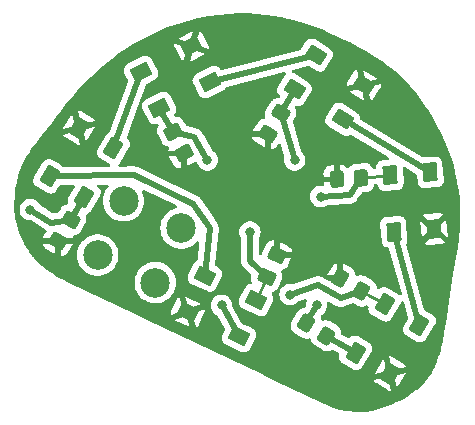
<source format=gbr>
%TF.GenerationSoftware,KiCad,Pcbnew,(7.0.0)*%
%TF.CreationDate,2023-03-21T20:59:30-07:00*%
%TF.ProjectId,Ladder LEDs v1,4c616464-6572-4204-9c45-44732076312e,rev?*%
%TF.SameCoordinates,Original*%
%TF.FileFunction,Copper,L2,Bot*%
%TF.FilePolarity,Positive*%
%FSLAX46Y46*%
G04 Gerber Fmt 4.6, Leading zero omitted, Abs format (unit mm)*
G04 Created by KiCad (PCBNEW (7.0.0)) date 2023-03-21 20:59:30*
%MOMM*%
%LPD*%
G01*
G04 APERTURE LIST*
G04 Aperture macros list*
%AMRoundRect*
0 Rectangle with rounded corners*
0 $1 Rounding radius*
0 $2 $3 $4 $5 $6 $7 $8 $9 X,Y pos of 4 corners*
0 Add a 4 corners polygon primitive as box body*
4,1,4,$2,$3,$4,$5,$6,$7,$8,$9,$2,$3,0*
0 Add four circle primitives for the rounded corners*
1,1,$1+$1,$2,$3*
1,1,$1+$1,$4,$5*
1,1,$1+$1,$6,$7*
1,1,$1+$1,$8,$9*
0 Add four rect primitives between the rounded corners*
20,1,$1+$1,$2,$3,$4,$5,0*
20,1,$1+$1,$4,$5,$6,$7,0*
20,1,$1+$1,$6,$7,$8,$9,0*
20,1,$1+$1,$8,$9,$2,$3,0*%
G04 Aperture macros list end*
%TA.AperFunction,ComponentPad*%
%ADD10C,2.500000*%
%TD*%
%TA.AperFunction,SMDPad,CuDef*%
%ADD11RoundRect,0.250000X0.233329X-0.533937X0.580980X0.044651X-0.233329X0.533937X-0.580980X-0.044651X0*%
%TD*%
%TA.AperFunction,SMDPad,CuDef*%
%ADD12RoundRect,0.078740X-0.887889X-0.059844X0.335437X-0.824263X0.887889X0.059844X-0.335437X0.824263X0*%
%TD*%
%TA.AperFunction,SMDPad,CuDef*%
%ADD13RoundRect,0.250000X-0.303544X-0.497386X0.369812X-0.450300X0.303544X0.497386X-0.369812X0.450300X0*%
%TD*%
%TA.AperFunction,SMDPad,CuDef*%
%ADD14RoundRect,0.078740X-0.570303X0.683142X-0.469678X-0.755864X0.570303X-0.683142X0.469678X0.755864X0*%
%TD*%
%TA.AperFunction,SMDPad,CuDef*%
%ADD15RoundRect,0.250000X-0.287863X0.506623X-0.573130X-0.105135X0.287863X-0.506623X0.573130X0.105135X0*%
%TD*%
%TA.AperFunction,SMDPad,CuDef*%
%ADD16RoundRect,0.078740X-0.075331X0.886709X-0.818283X-0.349772X0.075331X-0.886709X0.818283X0.349772X0*%
%TD*%
%TA.AperFunction,SMDPad,CuDef*%
%ADD17RoundRect,0.078740X0.075331X-0.886709X0.818283X0.349772X-0.075331X0.886709X-0.818283X-0.349772X0*%
%TD*%
%TA.AperFunction,SMDPad,CuDef*%
%ADD18RoundRect,0.078740X0.875407X0.159971X-0.426590X0.780992X-0.875407X-0.159971X0.426590X-0.780992X0*%
%TD*%
%TA.AperFunction,SMDPad,CuDef*%
%ADD19RoundRect,0.250000X0.223975X-0.537928X0.581671X0.034505X-0.223975X0.537928X-0.581671X-0.034505X0*%
%TD*%
%TA.AperFunction,SMDPad,CuDef*%
%ADD20RoundRect,0.250000X-0.533937X-0.233329X0.044651X-0.580980X0.533937X0.233329X-0.044651X0.580980X0*%
%TD*%
%TA.AperFunction,SMDPad,CuDef*%
%ADD21RoundRect,0.078740X-0.406000X-0.791891X0.879294X-0.137001X0.406000X0.791891X-0.879294X0.137001X0*%
%TD*%
%TA.AperFunction,SMDPad,CuDef*%
%ADD22RoundRect,0.250000X0.576450X-0.085069X0.270006X0.516360X-0.576450X0.085069X-0.270006X-0.516360X0*%
%TD*%
%TA.AperFunction,SMDPad,CuDef*%
%ADD23RoundRect,0.250000X-0.535281X-0.196150X0.058353X-0.567093X0.535281X0.196150X-0.058353X0.567093X0*%
%TD*%
%TA.AperFunction,ViaPad*%
%ADD24C,0.800000*%
%TD*%
%TA.AperFunction,Conductor*%
%ADD25C,0.500000*%
%TD*%
%TA.AperFunction,Conductor*%
%ADD26C,0.250000*%
%TD*%
G04 APERTURE END LIST*
D10*
%TO.P,J3,1,Pin_1*%
%TO.N,unconnected-(J3-Pin_1-Pad1)*%
X140983821Y-103772700D03*
%TO.P,J3,2,Pin_2*%
%TO.N,unconnected-(J3-Pin_2-Pad2)*%
X136109861Y-101447940D03*
%TO.P,J3,3,Pin_3*%
%TO.N,unconnected-(J3-Pin_3-Pad3)*%
X138788215Y-108375885D03*
%TO.P,J3,4,Pin_4*%
%TO.N,unconnected-(J3-Pin_4-Pad4)*%
X133914254Y-106051125D03*
%TD*%
D11*
%TO.P,C5,1*%
%TO.N,GND*%
X130550011Y-104850008D03*
%TO.P,C5,2*%
%TO.N,Net-(J1-5V)*%
X131618715Y-103071386D03*
%TD*%
D12*
%TO.P,U3,1,VDD*%
%TO.N,Net-(J1-5V)*%
X150579369Y-92006388D03*
%TO.P,U3,2,DOUT*%
%TO.N,Net-(U3-DOUT)*%
X152381094Y-89123024D03*
%TO.P,U3,3,VSS*%
%TO.N,GND*%
X156451725Y-91666636D03*
%TO.P,U3,4,DIN*%
%TO.N,Net-(U2-DOUT)*%
X154650000Y-94550000D03*
%TD*%
D13*
%TO.P,C2,1*%
%TO.N,GND*%
X154150003Y-99650003D03*
%TO.P,C2,2*%
%TO.N,Net-(J1-5V)*%
X156219949Y-99505259D03*
%TD*%
D14*
%TO.P,U2,1,VDD*%
%TO.N,Net-(J1-5V)*%
X158658283Y-99287172D03*
%TO.P,U2,2,DOUT*%
%TO.N,Net-(U2-DOUT)*%
X162050000Y-99050000D03*
%TO.P,U2,3,VSS*%
%TO.N,GND*%
X162384831Y-103838308D03*
%TO.P,U2,4,DIN*%
%TO.N,Net-(U1-DOUT)*%
X158993114Y-104075480D03*
%TD*%
D15*
%TO.P,C6,1*%
%TO.N,GND*%
X149088466Y-106059706D03*
%TO.P,C6,2*%
%TO.N,Net-(J1-5V)*%
X148211534Y-107940294D03*
%TD*%
D16*
%TO.P,U1,1,VDD*%
%TO.N,Net-(J1-5V)*%
X158228907Y-110217234D03*
%TO.P,U1,2,DOUT*%
%TO.N,Net-(U1-DOUT)*%
X161143276Y-111968363D03*
%TO.P,U1,3,VSS*%
%TO.N,GND*%
X158671093Y-116082766D03*
%TO.P,U1,4,DIN*%
%TO.N,Net-(U1-DIN)*%
X155756724Y-114331637D03*
%TD*%
D17*
%TO.P,U5,1,VDD*%
%TO.N,Net-(J1-5V)*%
X132771093Y-101132766D03*
%TO.P,U5,2,DOUT*%
%TO.N,Net-(U5-DOUT)*%
X129856724Y-99381637D03*
%TO.P,U5,3,VSS*%
%TO.N,GND*%
X132328907Y-95267234D03*
%TO.P,U5,4,DIN*%
%TO.N,Net-(U4-DOUT)*%
X135243276Y-97018363D03*
%TD*%
D18*
%TO.P,U6,1,VDD*%
%TO.N,Net-(J1-5V)*%
X147332410Y-109866454D03*
%TO.P,U6,2,DOUT*%
%TO.N,Net-(J2-DATA)*%
X145868672Y-112935244D03*
%TO.P,U6,3,VSS*%
%TO.N,GND*%
X141536262Y-110868790D03*
%TO.P,U6,4,DIN*%
%TO.N,Net-(U5-DOUT)*%
X143000000Y-107800000D03*
%TD*%
D19*
%TO.P,C3,1*%
%TO.N,GND*%
X148300411Y-95809699D03*
%TO.P,C3,2*%
%TO.N,Net-(J1-5V)*%
X149399993Y-94049999D03*
%TD*%
D20*
%TO.P,C1,1*%
%TO.N,GND*%
X154460689Y-108015648D03*
%TO.P,C1,2*%
%TO.N,Net-(J1-5V)*%
X156239311Y-109084352D03*
%TD*%
D21*
%TO.P,U4,1,VDD*%
%TO.N,Net-(J1-5V)*%
X139123168Y-93579154D03*
%TO.P,U4,2,DOUT*%
%TO.N,Net-(U4-DOUT)*%
X137579600Y-90549732D03*
%TO.P,U4,3,VSS*%
%TO.N,GND*%
X141856432Y-88370578D03*
%TO.P,U4,4,DIN*%
%TO.N,Net-(U3-DOUT)*%
X143400000Y-91400000D03*
%TD*%
D22*
%TO.P,C4,1*%
%TO.N,GND*%
X141200000Y-97449999D03*
%TO.P,C4,2*%
%TO.N,Net-(J1-5V)*%
X140257970Y-95601161D03*
%TD*%
D23*
%TO.P,R1,1*%
%TO.N,Net-(J1-DATA)*%
X151551952Y-111820081D03*
%TO.P,R1,2*%
%TO.N,Net-(U1-DIN)*%
X153248048Y-112879919D03*
%TD*%
D24*
%TO.N,GND*%
X146000000Y-92500000D03*
X152000000Y-104500000D03*
%TO.N,Net-(J1-5V)*%
X150200000Y-109400000D03*
X150600000Y-98000000D03*
X152800000Y-101100000D03*
X128200000Y-102200000D03*
X143200000Y-98000000D03*
X146800000Y-104100000D03*
%TO.N,Net-(J1-DATA)*%
X152450000Y-110300000D03*
%TO.N,Net-(J2-DATA)*%
X144400000Y-110300000D03*
%TD*%
D25*
%TO.N,Net-(J1-5V)*%
X150579369Y-92006388D02*
X149399993Y-94049999D01*
X152600000Y-108600000D02*
X150200000Y-109400000D01*
X156239311Y-109084352D02*
X154500000Y-109700000D01*
X156219949Y-99505259D02*
X155250000Y-100950000D01*
D26*
X152800000Y-101100000D02*
X152900000Y-101100000D01*
D25*
X149399993Y-94049999D02*
X150600000Y-98000000D01*
D26*
X146800000Y-104100000D02*
X146800000Y-104050000D01*
D25*
X148211534Y-107940294D02*
X146800000Y-106528760D01*
D26*
X156239311Y-109084352D02*
X158228907Y-110217234D01*
D25*
X142100000Y-96050000D02*
X143200000Y-98000000D01*
D26*
X158658283Y-99287172D02*
X156219949Y-99505259D01*
D25*
X139123168Y-93579154D02*
X140257970Y-95601161D01*
X131618715Y-103071386D02*
X129950000Y-103300000D01*
X154500000Y-109700000D02*
X152600000Y-108600000D01*
X132771093Y-101132766D02*
X131618715Y-103071386D01*
D26*
X147332410Y-109866454D02*
X148211534Y-107940294D01*
X150200000Y-109400000D02*
X150300000Y-109400000D01*
X128200000Y-102200000D02*
X128200000Y-102250000D01*
X143200000Y-98000000D02*
X143150000Y-98000000D01*
D25*
X146800000Y-106528760D02*
X146800000Y-104100000D01*
X155250000Y-100950000D02*
X152800000Y-101100000D01*
X140257970Y-95601161D02*
X142100000Y-96050000D01*
X129950000Y-103300000D02*
X128200000Y-102200000D01*
%TO.N,Net-(J1-DATA)*%
X152450000Y-110300000D02*
X151551952Y-111820081D01*
%TO.N,Net-(J2-DATA)*%
X145868672Y-112935244D02*
X144400000Y-110300000D01*
%TO.N,Net-(U1-DIN)*%
X153248048Y-112879919D02*
X155756724Y-114331637D01*
%TO.N,Net-(U1-DOUT)*%
X161143276Y-111968363D02*
X158993114Y-104075480D01*
%TO.N,Net-(U2-DOUT)*%
X162050000Y-99050000D02*
X154650000Y-94550000D01*
%TO.N,Net-(U3-DOUT)*%
X152381094Y-89123024D02*
X143400000Y-91400000D01*
%TO.N,Net-(U4-DOUT)*%
X137579600Y-90549732D02*
X135243276Y-97018363D01*
%TO.N,Net-(U5-DOUT)*%
X137000000Y-99300000D02*
X142000000Y-101700000D01*
X143400000Y-103800000D02*
X143000000Y-107800000D01*
X129856724Y-99381637D02*
X137000000Y-99300000D01*
X142000000Y-101700000D02*
X143400000Y-103800000D01*
%TD*%
%TA.AperFunction,Conductor*%
%TO.N,GND*%
G36*
X146655670Y-85592765D02*
G01*
X146660895Y-85592927D01*
X147414678Y-85632281D01*
X147419638Y-85632641D01*
X148136714Y-85699513D01*
X148141517Y-85700057D01*
X148820596Y-85790472D01*
X148825219Y-85791176D01*
X149465104Y-85901166D01*
X149469461Y-85901996D01*
X150068836Y-86027570D01*
X150072980Y-86028514D01*
X150550393Y-86145965D01*
X150630640Y-86165707D01*
X150634607Y-86166753D01*
X150735266Y-86195079D01*
X151149257Y-86311578D01*
X151152954Y-86312682D01*
X151622619Y-86460931D01*
X151627615Y-86462627D01*
X152431716Y-86755038D01*
X152437693Y-86757389D01*
X153048960Y-87016419D01*
X153053721Y-87018555D01*
X153464796Y-87213564D01*
X153464936Y-87213688D01*
X153464959Y-87213641D01*
X153465064Y-87213691D01*
X153465027Y-87213768D01*
X153465030Y-87213771D01*
X153465068Y-87213691D01*
X155206695Y-88012732D01*
X155244992Y-88030302D01*
X155250405Y-88032947D01*
X155988555Y-88416097D01*
X155991666Y-88417769D01*
X156422012Y-88657232D01*
X156684202Y-88803126D01*
X156687860Y-88805244D01*
X156898022Y-88931755D01*
X157303570Y-89175883D01*
X157336564Y-89195744D01*
X157340675Y-89198329D01*
X157406251Y-89241392D01*
X157948817Y-89597680D01*
X157953307Y-89600772D01*
X158524193Y-90012701D01*
X158528935Y-90016299D01*
X159037254Y-90421729D01*
X159065862Y-90444546D01*
X159070739Y-90448647D01*
X159577019Y-90896969D01*
X159581842Y-90901476D01*
X160060865Y-91373750D01*
X160065494Y-91378568D01*
X160385141Y-91729820D01*
X160520495Y-91878558D01*
X160524814Y-91883565D01*
X160949190Y-92403028D01*
X160959187Y-92415264D01*
X160963065Y-92420267D01*
X161303174Y-92882972D01*
X161380028Y-92987528D01*
X161383417Y-92992378D01*
X161656404Y-93403588D01*
X161786189Y-93599088D01*
X161789084Y-93603663D01*
X162180817Y-94253641D01*
X162183234Y-94257835D01*
X162567080Y-94954896D01*
X162569064Y-94958649D01*
X162948204Y-95706669D01*
X162949808Y-95709953D01*
X163326743Y-96511368D01*
X163329071Y-96516631D01*
X163676523Y-97354210D01*
X163679343Y-97361679D01*
X163961610Y-98188912D01*
X163963811Y-98196059D01*
X164157272Y-98899147D01*
X164187251Y-99008096D01*
X164188909Y-99014861D01*
X164205623Y-99092404D01*
X164359331Y-99805504D01*
X164360529Y-99811864D01*
X164451813Y-100377148D01*
X164482655Y-100568146D01*
X164483746Y-100574899D01*
X164484558Y-100580838D01*
X164566394Y-101310033D01*
X164566889Y-101315552D01*
X164613181Y-102004728D01*
X164613419Y-102009841D01*
X164630001Y-102652713D01*
X164630033Y-102657438D01*
X164622756Y-103247809D01*
X164622625Y-103252172D01*
X164597385Y-103782877D01*
X164596979Y-103788608D01*
X164515802Y-104650913D01*
X164514759Y-104659077D01*
X164393419Y-105409792D01*
X164393310Y-105410454D01*
X164017676Y-107657161D01*
X164014941Y-107656703D01*
X164014941Y-107656738D01*
X164017674Y-107657165D01*
X164017674Y-107657166D01*
X163653659Y-109981740D01*
X163653658Y-109981743D01*
X163653642Y-109981846D01*
X163653628Y-109981934D01*
X163653629Y-109981934D01*
X163653627Y-109981945D01*
X163458438Y-111302856D01*
X163458412Y-111303035D01*
X163458402Y-111303102D01*
X163458384Y-111303228D01*
X163458383Y-111303227D01*
X163458383Y-111303229D01*
X163458384Y-111303230D01*
X163266247Y-112675270D01*
X163265836Y-112677981D01*
X163158017Y-113340835D01*
X163156665Y-113347862D01*
X163020569Y-113959455D01*
X163018596Y-113967150D01*
X162854366Y-114531808D01*
X162851639Y-114540088D01*
X162659249Y-115061695D01*
X162656635Y-115068209D01*
X162550832Y-115311662D01*
X162548802Y-115316091D01*
X162435736Y-115550600D01*
X162433472Y-115555065D01*
X162313624Y-115779954D01*
X162311124Y-115784420D01*
X162184576Y-115999952D01*
X162181849Y-116004380D01*
X162048563Y-116211025D01*
X162045623Y-116215379D01*
X161906429Y-116412336D01*
X161901672Y-116418631D01*
X161600882Y-116791452D01*
X161594013Y-116799271D01*
X161267357Y-117141015D01*
X161260147Y-117147972D01*
X160906822Y-117462362D01*
X160899569Y-117468339D01*
X160519525Y-117758051D01*
X160512507Y-117763025D01*
X160164164Y-117992186D01*
X160105802Y-118030580D01*
X160099229Y-118034616D01*
X159665936Y-118282510D01*
X159659972Y-118285710D01*
X159200239Y-118516398D01*
X159194976Y-118518886D01*
X158708993Y-118734819D01*
X158704469Y-118736722D01*
X158193030Y-118940132D01*
X158188357Y-118941883D01*
X157930060Y-119032757D01*
X157924697Y-119034508D01*
X157668994Y-119111592D01*
X157663664Y-119113070D01*
X157410549Y-119177212D01*
X157405283Y-119178425D01*
X157156354Y-119230079D01*
X157148687Y-119231420D01*
X156657390Y-119301566D01*
X156647568Y-119302571D01*
X156174029Y-119332053D01*
X156164858Y-119332284D01*
X155710810Y-119326915D01*
X155702359Y-119326527D01*
X155270982Y-119291917D01*
X155263278Y-119291056D01*
X154857755Y-119232837D01*
X154850779Y-119231631D01*
X154476122Y-119155806D01*
X154474370Y-119155451D01*
X154468088Y-119154009D01*
X154124045Y-119065539D01*
X154118400Y-119063944D01*
X154023446Y-119034675D01*
X153811080Y-118969214D01*
X153803912Y-118966762D01*
X153306464Y-118779456D01*
X153296784Y-118775334D01*
X152865873Y-118569790D01*
X152867047Y-118567328D01*
X152867043Y-118567326D01*
X152865872Y-118569789D01*
X148891839Y-116678339D01*
X157331774Y-116678339D01*
X157333040Y-116692121D01*
X157339287Y-116707977D01*
X157347098Y-116722068D01*
X157428071Y-116831498D01*
X157439269Y-116843094D01*
X157519040Y-116906547D01*
X157525701Y-116911168D01*
X158477388Y-117483000D01*
X158484588Y-117486708D01*
X158578070Y-117527354D01*
X158593563Y-117531797D01*
X158728198Y-117551918D01*
X158744308Y-117552200D01*
X158761239Y-117550270D01*
X158774003Y-117544917D01*
X158774546Y-117531090D01*
X158492948Y-116401660D01*
X158486485Y-116390000D01*
X158473159Y-116389768D01*
X157343729Y-116671367D01*
X157331774Y-116678339D01*
X148891839Y-116678339D01*
X148056375Y-116280698D01*
X158978095Y-116280698D01*
X159225976Y-117274898D01*
X159230388Y-117283373D01*
X159237085Y-117276558D01*
X159990866Y-116022056D01*
X159993739Y-116012944D01*
X159984186Y-116013027D01*
X158989987Y-116260909D01*
X158978327Y-116267372D01*
X158978095Y-116280698D01*
X148056375Y-116280698D01*
X147787205Y-116152586D01*
X157348445Y-116152586D01*
X157357998Y-116152503D01*
X158352197Y-115904621D01*
X158363857Y-115898158D01*
X158364089Y-115884832D01*
X158116208Y-114890632D01*
X158111796Y-114882157D01*
X158105099Y-114888972D01*
X157351318Y-116143474D01*
X157348445Y-116152586D01*
X147787205Y-116152586D01*
X138097156Y-111540585D01*
X140394788Y-111540585D01*
X140402213Y-111546598D01*
X141723185Y-112176668D01*
X141732529Y-112178655D01*
X141731531Y-112169152D01*
X141389501Y-111203288D01*
X141381953Y-111192305D01*
X141368665Y-111193351D01*
X140402801Y-111535380D01*
X140394788Y-111540585D01*
X138097156Y-111540585D01*
X137100955Y-111066441D01*
X140079346Y-111066441D01*
X140080611Y-111082514D01*
X140084153Y-111099175D01*
X140090704Y-111111368D01*
X140104521Y-111110583D01*
X140351573Y-111023097D01*
X141859777Y-111023097D01*
X141860823Y-111036385D01*
X142249376Y-112133628D01*
X142257461Y-112144859D01*
X142271057Y-112142278D01*
X142286241Y-112134541D01*
X142299523Y-112125412D01*
X142400686Y-112034326D01*
X142411156Y-112022068D01*
X142466670Y-111936583D01*
X142470631Y-111929510D01*
X142948616Y-110927392D01*
X142951615Y-110919876D01*
X142983115Y-110822928D01*
X142986053Y-110807076D01*
X142993177Y-110671137D01*
X142991912Y-110655067D01*
X142988370Y-110638402D01*
X142981818Y-110626210D01*
X142968001Y-110626995D01*
X141870760Y-111015549D01*
X141859777Y-111023097D01*
X140351573Y-111023097D01*
X141201762Y-110722029D01*
X141212745Y-110714481D01*
X141211699Y-110701193D01*
X140823146Y-109603951D01*
X140815062Y-109592721D01*
X140801462Y-109595303D01*
X140786282Y-109603038D01*
X140773001Y-109612165D01*
X140671837Y-109703253D01*
X140661367Y-109715511D01*
X140605853Y-109800996D01*
X140601892Y-109808069D01*
X140123907Y-110810187D01*
X140120908Y-110817703D01*
X140089408Y-110914651D01*
X140086470Y-110930503D01*
X140079346Y-111066441D01*
X137100955Y-111066441D01*
X131447959Y-108375885D01*
X137032807Y-108375885D01*
X137033154Y-108380516D01*
X137051075Y-108619669D01*
X137052413Y-108637515D01*
X137053443Y-108642028D01*
X137053444Y-108642034D01*
X137109762Y-108888776D01*
X137110795Y-108893301D01*
X137112490Y-108897619D01*
X137112491Y-108897623D01*
X137204949Y-109133203D01*
X137204952Y-109133209D01*
X137206647Y-109137528D01*
X137208965Y-109141543D01*
X137208968Y-109141549D01*
X137253225Y-109218204D01*
X137337829Y-109364742D01*
X137501410Y-109569866D01*
X137693736Y-109748318D01*
X137910511Y-109896113D01*
X138146892Y-110009948D01*
X138151320Y-110011313D01*
X138151323Y-110011315D01*
X138254752Y-110043218D01*
X138397600Y-110087281D01*
X138657033Y-110126385D01*
X138914762Y-110126385D01*
X138919397Y-110126385D01*
X139178830Y-110087281D01*
X139429538Y-110009948D01*
X139665919Y-109896113D01*
X139882694Y-109748318D01*
X140075020Y-109569866D01*
X140083747Y-109558923D01*
X141339993Y-109558923D01*
X141340991Y-109568426D01*
X141683021Y-110534290D01*
X141690569Y-110545273D01*
X141703857Y-110544227D01*
X142393536Y-110300000D01*
X143494540Y-110300000D01*
X143495219Y-110306460D01*
X143513646Y-110481795D01*
X143513647Y-110481803D01*
X143514326Y-110488256D01*
X143516331Y-110494428D01*
X143516333Y-110494435D01*
X143570813Y-110662105D01*
X143572821Y-110668284D01*
X143576068Y-110673908D01*
X143576069Y-110673910D01*
X143662104Y-110822928D01*
X143667467Y-110832216D01*
X143671811Y-110837041D01*
X143671813Y-110837043D01*
X143788216Y-110966321D01*
X143794129Y-110972888D01*
X143947270Y-111084151D01*
X143953208Y-111086794D01*
X143958834Y-111090043D01*
X143958384Y-111090821D01*
X143983401Y-111107203D01*
X144008045Y-111138354D01*
X144664878Y-112316910D01*
X144680502Y-112373347D01*
X144668485Y-112430659D01*
X144455853Y-112876452D01*
X144455849Y-112876461D01*
X144454108Y-112880112D01*
X144452855Y-112883966D01*
X144452855Y-112883968D01*
X144421321Y-112981015D01*
X144421319Y-112981022D01*
X144418810Y-112988746D01*
X144418384Y-112996859D01*
X144418384Y-112996864D01*
X144411253Y-113132934D01*
X144411253Y-113132938D01*
X144410828Y-113141054D01*
X144412517Y-113149002D01*
X144412518Y-113149008D01*
X144438019Y-113268977D01*
X144442538Y-113290238D01*
X144446224Y-113297474D01*
X144446226Y-113297477D01*
X144482688Y-113369037D01*
X144511779Y-113426131D01*
X144613833Y-113539474D01*
X144709630Y-113601685D01*
X146080159Y-114255393D01*
X146188793Y-114290691D01*
X146341101Y-114298673D01*
X146490285Y-114266963D01*
X146626179Y-114197722D01*
X146739521Y-114095669D01*
X146801732Y-113999871D01*
X147283236Y-112990376D01*
X147318534Y-112881742D01*
X147326516Y-112729434D01*
X147294806Y-112580250D01*
X147225565Y-112444357D01*
X147123511Y-112331014D01*
X147062859Y-112291626D01*
X147031122Y-112271016D01*
X147031120Y-112271014D01*
X147027714Y-112268803D01*
X146793517Y-112157097D01*
X146149065Y-111849709D01*
X146117589Y-111828204D01*
X146094134Y-111798154D01*
X145985204Y-111602701D01*
X145317226Y-110404145D01*
X145304059Y-110368642D01*
X145302221Y-110330817D01*
X145304781Y-110306466D01*
X145304781Y-110306460D01*
X145305460Y-110300000D01*
X145293284Y-110184151D01*
X145286353Y-110118204D01*
X145286352Y-110118203D01*
X145285674Y-110111744D01*
X145272846Y-110072264D01*
X145874566Y-110072264D01*
X145876255Y-110080212D01*
X145876256Y-110080218D01*
X145892226Y-110155350D01*
X145906276Y-110221448D01*
X145909962Y-110228684D01*
X145909964Y-110228687D01*
X145970313Y-110347127D01*
X145975517Y-110357341D01*
X146077571Y-110470684D01*
X146173368Y-110532895D01*
X147543897Y-111186603D01*
X147652531Y-111221901D01*
X147804839Y-111229883D01*
X147954023Y-111198173D01*
X148089917Y-111128932D01*
X148203259Y-111026879D01*
X148265470Y-110931081D01*
X148746974Y-109921586D01*
X148782272Y-109812952D01*
X148790254Y-109660644D01*
X148758544Y-109511460D01*
X148701752Y-109400000D01*
X149294540Y-109400000D01*
X149295219Y-109406460D01*
X149313646Y-109581795D01*
X149313647Y-109581803D01*
X149314326Y-109588256D01*
X149316331Y-109594428D01*
X149316333Y-109594435D01*
X149367181Y-109750927D01*
X149372821Y-109768284D01*
X149376068Y-109773908D01*
X149376069Y-109773910D01*
X149463929Y-109926089D01*
X149467467Y-109932216D01*
X149471811Y-109937041D01*
X149471813Y-109937043D01*
X149577990Y-110054964D01*
X149594129Y-110072888D01*
X149747270Y-110184151D01*
X149920197Y-110261144D01*
X150105354Y-110300500D01*
X150288143Y-110300500D01*
X150294646Y-110300500D01*
X150479803Y-110261144D01*
X150652730Y-110184151D01*
X150805871Y-110072888D01*
X150891721Y-109977540D01*
X150944655Y-109942877D01*
X151469109Y-109768059D01*
X151525685Y-109762919D01*
X151578619Y-109783551D01*
X151616795Y-109825625D01*
X151632201Y-109880309D01*
X151622460Y-109931598D01*
X151622821Y-109931716D01*
X151621899Y-109934551D01*
X151621897Y-109934557D01*
X151620815Y-109937886D01*
X151620815Y-109937889D01*
X151566333Y-110105564D01*
X151566331Y-110105573D01*
X151564326Y-110111744D01*
X151563648Y-110118194D01*
X151563646Y-110118204D01*
X151556438Y-110186794D01*
X151544540Y-110300000D01*
X151545219Y-110306460D01*
X151545219Y-110306466D01*
X151545357Y-110307779D01*
X151545219Y-110310291D01*
X151545219Y-110312960D01*
X151545072Y-110312960D01*
X151543195Y-110347127D01*
X151528796Y-110383808D01*
X151522675Y-110394170D01*
X151493373Y-110443767D01*
X151453942Y-110484822D01*
X151409906Y-110500517D01*
X151410246Y-110501989D01*
X151246334Y-110539830D01*
X151246325Y-110539833D01*
X151239300Y-110541455D01*
X151232835Y-110544654D01*
X151232829Y-110544657D01*
X151088536Y-110616077D01*
X151088529Y-110616081D01*
X151082065Y-110619281D01*
X151076515Y-110623882D01*
X151076506Y-110623889D01*
X150952225Y-110726947D01*
X150952220Y-110726951D01*
X150947014Y-110731269D01*
X150942866Y-110736609D01*
X150942863Y-110736613D01*
X150885571Y-110810384D01*
X150885562Y-110810396D01*
X150883639Y-110812873D01*
X150881977Y-110815531D01*
X150881967Y-110815547D01*
X150355385Y-111658258D01*
X150353712Y-111660936D01*
X150352325Y-111663757D01*
X150352317Y-111663773D01*
X150311134Y-111747589D01*
X150311131Y-111747596D01*
X150308147Y-111753670D01*
X150306547Y-111760247D01*
X150306546Y-111760252D01*
X150268402Y-111917123D01*
X150266695Y-111924145D01*
X150266652Y-111931362D01*
X150266652Y-111931370D01*
X150266053Y-112034326D01*
X150265673Y-112099584D01*
X150267295Y-112106611D01*
X150267296Y-112106617D01*
X150303514Y-112263494D01*
X150303516Y-112263500D01*
X150305139Y-112270529D01*
X150308338Y-112276993D01*
X150308341Y-112277000D01*
X150379761Y-112421293D01*
X150379763Y-112421296D01*
X150382965Y-112427765D01*
X150387569Y-112433318D01*
X150387573Y-112433323D01*
X150415530Y-112467037D01*
X150494953Y-112562816D01*
X150576557Y-112626190D01*
X151255010Y-113050134D01*
X151347745Y-113095699D01*
X151518220Y-113137151D01*
X151693658Y-113138173D01*
X151822722Y-113108376D01*
X151886870Y-113110616D01*
X151941304Y-113144630D01*
X151971438Y-113201304D01*
X151999610Y-113323332D01*
X151999612Y-113323338D01*
X152001235Y-113330367D01*
X152004434Y-113336831D01*
X152004437Y-113336838D01*
X152075857Y-113481131D01*
X152075859Y-113481134D01*
X152079061Y-113487603D01*
X152083665Y-113493156D01*
X152083669Y-113493161D01*
X152186726Y-113617441D01*
X152191049Y-113622654D01*
X152272653Y-113686028D01*
X152951106Y-114109972D01*
X153043841Y-114155537D01*
X153214316Y-114196989D01*
X153389754Y-114198011D01*
X153560700Y-114158545D01*
X153715908Y-114081722D01*
X153774939Y-114068920D01*
X153833017Y-114085529D01*
X154033267Y-114201410D01*
X154323563Y-114369398D01*
X154363489Y-114406258D01*
X154383820Y-114456649D01*
X154380654Y-114510896D01*
X154380071Y-114512926D01*
X154376835Y-114520371D01*
X154375634Y-114528402D01*
X154375634Y-114528405D01*
X154359229Y-114638177D01*
X154354292Y-114671212D01*
X154355211Y-114679279D01*
X154355211Y-114679286D01*
X154370636Y-114814674D01*
X154371556Y-114822749D01*
X154427455Y-114964653D01*
X154432286Y-114971182D01*
X154432288Y-114971185D01*
X154513342Y-115080724D01*
X154518175Y-115087255D01*
X154607568Y-115158361D01*
X155566266Y-115734405D01*
X155569994Y-115736026D01*
X155569998Y-115736028D01*
X155604756Y-115751141D01*
X155671017Y-115779952D01*
X155821858Y-115802495D01*
X155973395Y-115785230D01*
X156115299Y-115729332D01*
X156237901Y-115638612D01*
X156309007Y-115549218D01*
X156858661Y-114634440D01*
X158567638Y-114634440D01*
X158849236Y-115763870D01*
X158855699Y-115775530D01*
X158869025Y-115775762D01*
X159998455Y-115494163D01*
X160010410Y-115487191D01*
X160009143Y-115473407D01*
X160002901Y-115457560D01*
X159995085Y-115443459D01*
X159914114Y-115334033D01*
X159902916Y-115322437D01*
X159823145Y-115258984D01*
X159816484Y-115254363D01*
X158864797Y-114682531D01*
X158857597Y-114678823D01*
X158764115Y-114638177D01*
X158748622Y-114633734D01*
X158613986Y-114613613D01*
X158597876Y-114613331D01*
X158580945Y-114615260D01*
X158568181Y-114620613D01*
X158567638Y-114634440D01*
X156858661Y-114634440D01*
X157091066Y-114247654D01*
X157136613Y-114142903D01*
X157159156Y-113992062D01*
X157141892Y-113840525D01*
X157085993Y-113698621D01*
X157025923Y-113617441D01*
X157000105Y-113582549D01*
X157000104Y-113582548D01*
X156995273Y-113576019D01*
X156946544Y-113537258D01*
X156909047Y-113507432D01*
X156909045Y-113507431D01*
X156905880Y-113504913D01*
X156902413Y-113502830D01*
X156902409Y-113502827D01*
X155950666Y-112930962D01*
X155950661Y-112930959D01*
X155947182Y-112928869D01*
X155943459Y-112927250D01*
X155943449Y-112927245D01*
X155849885Y-112886563D01*
X155849884Y-112886562D01*
X155842431Y-112883322D01*
X155834398Y-112882121D01*
X155834393Y-112882120D01*
X155699627Y-112861980D01*
X155699626Y-112861979D01*
X155691590Y-112860779D01*
X155683522Y-112861698D01*
X155683516Y-112861698D01*
X155548126Y-112877124D01*
X155548124Y-112877124D01*
X155540053Y-112878044D01*
X155532499Y-112881019D01*
X155532493Y-112881021D01*
X155415150Y-112927245D01*
X155398149Y-112933942D01*
X155391623Y-112938770D01*
X155391619Y-112938773D01*
X155282078Y-113019828D01*
X155282072Y-113019833D01*
X155275547Y-113024662D01*
X155270488Y-113031021D01*
X155270489Y-113031021D01*
X155254196Y-113051504D01*
X155208208Y-113087313D01*
X155150941Y-113098155D01*
X155095046Y-113081636D01*
X154595726Y-112792690D01*
X154550235Y-112746998D01*
X154533835Y-112684644D01*
X154534327Y-112600416D01*
X154494861Y-112429471D01*
X154490813Y-112421293D01*
X154420238Y-112278706D01*
X154420237Y-112278705D01*
X154417035Y-112272235D01*
X154412428Y-112266679D01*
X154412426Y-112266676D01*
X154309369Y-112142396D01*
X154309368Y-112142395D01*
X154305047Y-112137184D01*
X154256631Y-112099584D01*
X154225944Y-112075752D01*
X154225940Y-112075749D01*
X154223443Y-112073810D01*
X153544990Y-111649866D01*
X153452255Y-111604301D01*
X153445684Y-111602703D01*
X153445678Y-111602701D01*
X153288801Y-111564556D01*
X153288799Y-111564555D01*
X153281780Y-111562849D01*
X153274561Y-111562806D01*
X153274554Y-111562806D01*
X153113559Y-111561869D01*
X153106342Y-111561827D01*
X153099310Y-111563450D01*
X153099305Y-111563451D01*
X152977276Y-111591623D01*
X152913128Y-111589383D01*
X152858695Y-111555368D01*
X152828561Y-111498695D01*
X152825474Y-111485325D01*
X152798765Y-111369633D01*
X152778881Y-111329461D01*
X152766098Y-111269869D01*
X152783252Y-111211384D01*
X152822461Y-111145016D01*
X152846714Y-111115524D01*
X152878784Y-111094811D01*
X152902730Y-111084151D01*
X153055871Y-110972888D01*
X153182533Y-110832216D01*
X153277179Y-110668284D01*
X153335674Y-110488256D01*
X153355460Y-110300000D01*
X153336682Y-110121339D01*
X153348098Y-110054964D01*
X153392530Y-110004346D01*
X153456868Y-109984421D01*
X153522131Y-110001068D01*
X154099049Y-110335073D01*
X154105976Y-110339394D01*
X154154909Y-110372203D01*
X154161673Y-110374732D01*
X154161677Y-110374735D01*
X154188077Y-110384609D01*
X154213639Y-110394170D01*
X154216380Y-110395195D01*
X154222184Y-110397534D01*
X154282423Y-110423605D01*
X154290125Y-110424972D01*
X154311896Y-110430923D01*
X154319232Y-110433667D01*
X154326402Y-110434569D01*
X154326404Y-110434570D01*
X154346219Y-110437064D01*
X154384353Y-110441864D01*
X154390503Y-110442796D01*
X154455163Y-110454278D01*
X154462974Y-110453832D01*
X154485539Y-110454601D01*
X154493301Y-110455579D01*
X154558544Y-110448538D01*
X154564779Y-110448024D01*
X154630319Y-110444286D01*
X154637808Y-110442053D01*
X154659955Y-110437596D01*
X154667729Y-110436758D01*
X154729618Y-110414850D01*
X154735539Y-110412922D01*
X154798452Y-110394170D01*
X154805233Y-110390265D01*
X154825728Y-110380831D01*
X155520633Y-110134862D01*
X155574437Y-110128381D01*
X155625868Y-110145466D01*
X155694649Y-110186794D01*
X155937592Y-110332769D01*
X155937596Y-110332771D01*
X155940292Y-110334391D01*
X156033807Y-110378331D01*
X156204979Y-110416801D01*
X156380409Y-110414761D01*
X156550640Y-110372318D01*
X156664032Y-110313707D01*
X156729884Y-110300184D01*
X156793119Y-110323017D01*
X156835143Y-110375494D01*
X156843604Y-110442191D01*
X156828355Y-110544227D01*
X156826475Y-110556809D01*
X156827394Y-110564876D01*
X156827394Y-110564883D01*
X156837669Y-110655067D01*
X156843739Y-110708346D01*
X156899638Y-110850250D01*
X156904469Y-110856779D01*
X156904471Y-110856782D01*
X156959449Y-110931081D01*
X156990358Y-110972852D01*
X157079751Y-111043958D01*
X157083220Y-111046042D01*
X157083221Y-111046043D01*
X157176768Y-111102252D01*
X158038449Y-111620002D01*
X158042177Y-111621623D01*
X158042181Y-111621625D01*
X158058655Y-111628788D01*
X158143200Y-111665549D01*
X158294041Y-111688092D01*
X158445578Y-111670827D01*
X158587482Y-111614929D01*
X158710084Y-111524209D01*
X158781190Y-111434815D01*
X159563249Y-110133251D01*
X159608435Y-110029328D01*
X159645385Y-109981394D01*
X159700626Y-109956658D01*
X159760995Y-109961018D01*
X159812109Y-109993434D01*
X159841789Y-110046184D01*
X160193655Y-111337824D01*
X160196844Y-111387418D01*
X160180304Y-111434281D01*
X159811027Y-112048861D01*
X159811021Y-112048872D01*
X159808934Y-112052346D01*
X159807318Y-112056062D01*
X159807310Y-112056078D01*
X159766628Y-112149642D01*
X159766626Y-112149645D01*
X159763387Y-112157097D01*
X159762186Y-112165127D01*
X159762185Y-112165134D01*
X159742045Y-112299900D01*
X159740844Y-112307938D01*
X159741763Y-112316005D01*
X159741763Y-112316012D01*
X159755491Y-112436505D01*
X159758108Y-112459475D01*
X159814007Y-112601379D01*
X159818838Y-112607908D01*
X159818840Y-112607911D01*
X159870689Y-112677981D01*
X159904727Y-112723981D01*
X159994120Y-112795087D01*
X160952818Y-113371131D01*
X160956546Y-113372752D01*
X160956550Y-113372754D01*
X160991308Y-113387867D01*
X161057569Y-113416678D01*
X161208410Y-113439221D01*
X161359947Y-113421956D01*
X161501851Y-113366058D01*
X161624453Y-113275338D01*
X161695559Y-113185944D01*
X162477618Y-111884380D01*
X162523165Y-111779629D01*
X162545708Y-111628788D01*
X162528444Y-111477251D01*
X162472545Y-111335347D01*
X162381825Y-111212745D01*
X162333096Y-111173984D01*
X162295599Y-111144158D01*
X162295597Y-111144157D01*
X162292432Y-111141639D01*
X162288965Y-111139556D01*
X162288961Y-111139553D01*
X161794889Y-110842685D01*
X161621843Y-110738708D01*
X161586834Y-110707251D01*
X161566070Y-110665014D01*
X160059583Y-105134957D01*
X160057418Y-105094374D01*
X161629333Y-105094374D01*
X161638276Y-105104938D01*
X161652484Y-105114342D01*
X161666966Y-105121406D01*
X161796063Y-105164602D01*
X161811885Y-105167678D01*
X161913631Y-105173901D01*
X161921733Y-105173865D01*
X163029294Y-105096417D01*
X163037323Y-105095324D01*
X163137215Y-105075001D01*
X163152453Y-105069754D01*
X163274277Y-105009015D01*
X163287642Y-105000000D01*
X163300402Y-104988710D01*
X163307786Y-104977007D01*
X163300298Y-104965365D01*
X162421812Y-104201709D01*
X162409834Y-104195867D01*
X162398781Y-104203322D01*
X161635128Y-105081805D01*
X161629333Y-105094374D01*
X160057418Y-105094374D01*
X160056795Y-105082688D01*
X160075822Y-105033927D01*
X160088526Y-105014735D01*
X160136921Y-104870100D01*
X160143894Y-104756088D01*
X160037972Y-103241338D01*
X160026521Y-103185053D01*
X161236464Y-103185053D01*
X161338555Y-104645028D01*
X161341428Y-104654140D01*
X161349208Y-104648590D01*
X162021428Y-103875289D01*
X162027270Y-103863311D01*
X162019815Y-103852258D01*
X161975002Y-103813303D01*
X162742390Y-103813303D01*
X162749845Y-103824356D01*
X163523144Y-104496574D01*
X163531618Y-104500986D01*
X163533196Y-104491561D01*
X163431105Y-103031586D01*
X163428232Y-103022474D01*
X163420452Y-103028024D01*
X162748232Y-103801325D01*
X162742390Y-103813303D01*
X161975002Y-103813303D01*
X161246516Y-103180040D01*
X161238042Y-103175628D01*
X161236464Y-103185053D01*
X160026521Y-103185053D01*
X160015200Y-103129406D01*
X159947147Y-102992914D01*
X159846087Y-102878685D01*
X159830030Y-102868057D01*
X159725685Y-102798993D01*
X159725681Y-102798991D01*
X159718905Y-102794506D01*
X159711196Y-102791926D01*
X159711193Y-102791925D01*
X159581981Y-102748691D01*
X159581980Y-102748690D01*
X159574270Y-102746111D01*
X159566160Y-102745615D01*
X159566155Y-102745614D01*
X159464308Y-102739385D01*
X159464296Y-102739385D01*
X159460257Y-102739138D01*
X159456210Y-102739420D01*
X159456206Y-102739421D01*
X158348585Y-102816873D01*
X158348574Y-102816874D01*
X158344534Y-102817157D01*
X158340561Y-102817965D01*
X158340556Y-102817966D01*
X158240562Y-102838310D01*
X158240558Y-102838311D01*
X158232602Y-102839930D01*
X158225338Y-102843551D01*
X158225331Y-102843554D01*
X158103382Y-102904356D01*
X158103377Y-102904359D01*
X158096109Y-102907983D01*
X158090028Y-102913362D01*
X158090022Y-102913367D01*
X157987965Y-103003659D01*
X157987959Y-103003664D01*
X157981881Y-103009043D01*
X157977399Y-103015814D01*
X157977396Y-103015818D01*
X157902189Y-103129444D01*
X157902185Y-103129450D01*
X157897702Y-103136225D01*
X157895123Y-103143930D01*
X157895121Y-103143936D01*
X157856351Y-103259808D01*
X157849307Y-103280860D01*
X157848811Y-103288968D01*
X157848810Y-103288974D01*
X157842581Y-103390820D01*
X157842581Y-103390832D01*
X157842334Y-103394872D01*
X157842616Y-103398918D01*
X157842617Y-103398922D01*
X157947972Y-104905568D01*
X157947973Y-104905575D01*
X157948256Y-104909622D01*
X157949066Y-104913603D01*
X157960675Y-104970668D01*
X157971028Y-105021554D01*
X157974654Y-105028827D01*
X157974655Y-105028829D01*
X157992003Y-105063623D01*
X158039081Y-105158046D01*
X158044465Y-105164131D01*
X158044466Y-105164133D01*
X158053076Y-105173865D01*
X158140141Y-105272275D01*
X158267323Y-105356454D01*
X158411958Y-105404849D01*
X158491501Y-105409713D01*
X158540713Y-105423247D01*
X158580306Y-105455459D01*
X158603570Y-105500890D01*
X159642508Y-109314655D01*
X159643437Y-109376213D01*
X159614645Y-109430631D01*
X159563230Y-109464494D01*
X159501865Y-109469455D01*
X159445677Y-109444291D01*
X159381238Y-109393035D01*
X159381233Y-109393031D01*
X159378063Y-109390510D01*
X159374596Y-109388427D01*
X159374592Y-109388424D01*
X158422849Y-108816559D01*
X158422844Y-108816556D01*
X158419365Y-108814466D01*
X158415642Y-108812847D01*
X158415632Y-108812842D01*
X158322068Y-108772160D01*
X158322067Y-108772159D01*
X158314614Y-108768919D01*
X158306581Y-108767718D01*
X158306576Y-108767717D01*
X158171810Y-108747577D01*
X158171809Y-108747576D01*
X158163773Y-108746376D01*
X158155705Y-108747295D01*
X158155699Y-108747295D01*
X158020309Y-108762721D01*
X158020307Y-108762721D01*
X158012236Y-108763641D01*
X158004682Y-108766616D01*
X158004676Y-108766618D01*
X157889148Y-108812127D01*
X157870332Y-108819539D01*
X157863806Y-108824367D01*
X157863802Y-108824370D01*
X157754261Y-108905425D01*
X157754255Y-108905430D01*
X157747730Y-108910259D01*
X157742672Y-108916617D01*
X157736826Y-108922264D01*
X157735624Y-108921019D01*
X157696750Y-108950755D01*
X157637189Y-108960452D01*
X157580104Y-108940886D01*
X157539015Y-108896691D01*
X157523651Y-108838335D01*
X157523648Y-108838128D01*
X157522677Y-108754576D01*
X157480234Y-108584345D01*
X157399676Y-108428492D01*
X157382635Y-108408657D01*
X157289756Y-108300547D01*
X157285348Y-108295416D01*
X157202650Y-108233475D01*
X157190990Y-108226469D01*
X156541029Y-107835934D01*
X156541018Y-107835928D01*
X156538330Y-107834313D01*
X156535486Y-107832976D01*
X156535481Y-107832974D01*
X156450941Y-107793251D01*
X156450937Y-107793249D01*
X156444815Y-107790373D01*
X156414947Y-107783660D01*
X156280685Y-107753485D01*
X156280679Y-107753484D01*
X156273643Y-107751903D01*
X156266434Y-107751986D01*
X156266427Y-107751986D01*
X156105434Y-107753859D01*
X156105433Y-107753859D01*
X156098213Y-107753943D01*
X156091208Y-107755689D01*
X156091204Y-107755690D01*
X155934989Y-107794638D01*
X155934981Y-107794640D01*
X155927982Y-107796386D01*
X155921567Y-107799701D01*
X155914810Y-107802251D01*
X155914157Y-107800521D01*
X155863594Y-107811953D01*
X155803698Y-107794291D01*
X155760005Y-107749676D01*
X155746495Y-107700073D01*
X155744562Y-107700322D01*
X155741808Y-107678928D01*
X155702888Y-107522826D01*
X155697824Y-107509401D01*
X155623952Y-107366485D01*
X155615931Y-107354592D01*
X155510800Y-107232221D01*
X155500963Y-107223021D01*
X155426268Y-107167074D01*
X155421046Y-107163562D01*
X154762176Y-106767674D01*
X154756628Y-106764714D01*
X154724860Y-106749787D01*
X154713551Y-106747636D01*
X154710689Y-106758790D01*
X154710689Y-108141648D01*
X154694076Y-108203648D01*
X154648689Y-108249035D01*
X154586689Y-108265648D01*
X153553685Y-108265648D01*
X153491556Y-108248961D01*
X153007936Y-107968970D01*
X152999123Y-107963359D01*
X152963356Y-107938409D01*
X152963353Y-107938407D01*
X152957432Y-107934277D01*
X152950716Y-107931622D01*
X152950713Y-107931621D01*
X152888865Y-107907177D01*
X152885194Y-107905657D01*
X152824204Y-107879262D01*
X152824199Y-107879260D01*
X152817578Y-107876395D01*
X152810479Y-107875134D01*
X152805765Y-107873716D01*
X152800981Y-107872443D01*
X152794271Y-107869792D01*
X152787125Y-107868758D01*
X152787121Y-107868757D01*
X152721336Y-107859240D01*
X152717413Y-107858608D01*
X152651948Y-107846984D01*
X152651942Y-107846983D01*
X152644837Y-107845722D01*
X152637636Y-107846132D01*
X152632754Y-107845842D01*
X152627781Y-107845706D01*
X152620637Y-107844673D01*
X152613444Y-107845315D01*
X152613442Y-107845315D01*
X152547230Y-107851225D01*
X152543270Y-107851515D01*
X152476891Y-107855302D01*
X152476885Y-107855302D01*
X152469681Y-107855714D01*
X152462764Y-107857775D01*
X152457832Y-107858639D01*
X152453066Y-107859632D01*
X152445890Y-107860273D01*
X152439045Y-107862554D01*
X152439038Y-107862556D01*
X152375949Y-107883585D01*
X152372162Y-107884781D01*
X152308462Y-107903769D01*
X152308459Y-107903770D01*
X152301549Y-107905830D01*
X152295299Y-107909427D01*
X152289333Y-107911993D01*
X152279572Y-107915711D01*
X150469263Y-108519148D01*
X150404271Y-108522800D01*
X150294646Y-108499500D01*
X150105354Y-108499500D01*
X150098995Y-108500851D01*
X150098991Y-108500852D01*
X149926559Y-108537503D01*
X149926552Y-108537505D01*
X149920197Y-108538856D01*
X149914262Y-108541498D01*
X149914254Y-108541501D01*
X149753207Y-108613205D01*
X149753202Y-108613207D01*
X149747270Y-108615849D01*
X149742016Y-108619665D01*
X149742011Y-108619669D01*
X149599388Y-108723290D01*
X149599381Y-108723295D01*
X149594129Y-108727112D01*
X149589784Y-108731937D01*
X149589779Y-108731942D01*
X149471813Y-108862956D01*
X149471808Y-108862962D01*
X149467467Y-108867784D01*
X149464222Y-108873404D01*
X149464218Y-108873410D01*
X149376069Y-109026089D01*
X149376066Y-109026094D01*
X149372821Y-109031716D01*
X149370815Y-109037888D01*
X149370813Y-109037894D01*
X149316333Y-109205564D01*
X149316331Y-109205573D01*
X149314326Y-109211744D01*
X149313648Y-109218194D01*
X149313646Y-109218204D01*
X149297743Y-109369528D01*
X149294540Y-109400000D01*
X148701752Y-109400000D01*
X148689303Y-109375567D01*
X148677289Y-109362224D01*
X148649123Y-109309251D01*
X148649123Y-109249254D01*
X148677290Y-109196281D01*
X148727028Y-109162731D01*
X148838513Y-109122154D01*
X148985092Y-109025746D01*
X149105489Y-108898135D01*
X149158446Y-108809415D01*
X149485981Y-108107011D01*
X149519906Y-108009415D01*
X149540273Y-107835159D01*
X149531797Y-107762636D01*
X153347514Y-107762636D01*
X153358655Y-107765648D01*
X154194363Y-107765648D01*
X154207238Y-107762197D01*
X154210689Y-107749322D01*
X154210689Y-106727036D01*
X154208170Y-106716128D01*
X154196982Y-106716323D01*
X154156541Y-106726406D01*
X154143123Y-106731468D01*
X154000204Y-106805341D01*
X153988311Y-106813362D01*
X153865940Y-106918493D01*
X153856740Y-106928330D01*
X153800798Y-107003019D01*
X153797277Y-107008255D01*
X153350670Y-107751537D01*
X153347514Y-107762636D01*
X149531797Y-107762636D01*
X149519906Y-107660903D01*
X149459901Y-107496042D01*
X149455930Y-107490005D01*
X149452692Y-107483557D01*
X149454348Y-107482725D01*
X149437691Y-107433675D01*
X149448977Y-107372253D01*
X149488769Y-107324122D01*
X149536714Y-107305479D01*
X149536266Y-107303586D01*
X149557249Y-107298612D01*
X149708433Y-107243585D01*
X149721255Y-107237146D01*
X149855664Y-107148743D01*
X149866658Y-107139518D01*
X149977373Y-107022168D01*
X149985482Y-107011439D01*
X150033323Y-106931292D01*
X150036268Y-106925732D01*
X150316917Y-106323878D01*
X150319039Y-106312564D01*
X150307888Y-106309706D01*
X148962466Y-106309706D01*
X148900466Y-106293093D01*
X148855079Y-106247706D01*
X148838466Y-106185706D01*
X148838466Y-105793380D01*
X149338466Y-105793380D01*
X149341916Y-105806255D01*
X149354792Y-105809706D01*
X150382220Y-105809706D01*
X150395469Y-105805878D01*
X150397732Y-105792274D01*
X150397187Y-105787609D01*
X150393876Y-105773641D01*
X150338855Y-105622470D01*
X150332413Y-105609642D01*
X150244007Y-105475230D01*
X150234789Y-105464243D01*
X150117435Y-105353525D01*
X150106706Y-105345416D01*
X150026559Y-105297575D01*
X150020999Y-105294630D01*
X149352638Y-104982968D01*
X149341324Y-104980846D01*
X149338466Y-104991998D01*
X149338466Y-105793380D01*
X148838466Y-105793380D01*
X148838466Y-104817505D01*
X148835405Y-104805126D01*
X148823466Y-104800650D01*
X148807773Y-104798816D01*
X148793433Y-104798816D01*
X148633631Y-104817493D01*
X148619682Y-104820799D01*
X148468498Y-104875826D01*
X148455676Y-104882265D01*
X148321267Y-104970668D01*
X148310273Y-104979893D01*
X148199558Y-105097243D01*
X148191449Y-105107972D01*
X148143608Y-105188119D01*
X148140663Y-105193679D01*
X147815818Y-105890313D01*
X147813449Y-105896150D01*
X147791626Y-105958936D01*
X147751973Y-106015042D01*
X147688536Y-106041426D01*
X147620791Y-106029988D01*
X147569533Y-105984238D01*
X147550500Y-105918223D01*
X147550500Y-104634321D01*
X147567113Y-104572321D01*
X147627179Y-104468284D01*
X147685674Y-104288256D01*
X147705460Y-104100000D01*
X147689991Y-103952818D01*
X147686353Y-103918204D01*
X147686352Y-103918203D01*
X147685674Y-103911744D01*
X147627179Y-103731716D01*
X147532533Y-103567784D01*
X147504593Y-103536754D01*
X147410220Y-103431942D01*
X147410219Y-103431941D01*
X147405871Y-103427112D01*
X147400613Y-103423292D01*
X147400611Y-103423290D01*
X147257988Y-103319669D01*
X147257987Y-103319668D01*
X147252730Y-103315849D01*
X147246792Y-103313205D01*
X147085745Y-103241501D01*
X147085740Y-103241499D01*
X147079803Y-103238856D01*
X147073444Y-103237504D01*
X147073440Y-103237503D01*
X146901008Y-103200852D01*
X146901005Y-103200851D01*
X146894646Y-103199500D01*
X146705354Y-103199500D01*
X146698995Y-103200851D01*
X146698991Y-103200852D01*
X146526559Y-103237503D01*
X146526552Y-103237505D01*
X146520197Y-103238856D01*
X146514262Y-103241498D01*
X146514254Y-103241501D01*
X146353207Y-103313205D01*
X146353202Y-103313207D01*
X146347270Y-103315849D01*
X146342016Y-103319665D01*
X146342011Y-103319669D01*
X146199388Y-103423290D01*
X146199381Y-103423295D01*
X146194129Y-103427112D01*
X146189784Y-103431937D01*
X146189779Y-103431942D01*
X146071813Y-103562956D01*
X146071808Y-103562962D01*
X146067467Y-103567784D01*
X146064222Y-103573404D01*
X146064218Y-103573410D01*
X145976069Y-103726089D01*
X145976066Y-103726094D01*
X145972821Y-103731716D01*
X145970815Y-103737888D01*
X145970813Y-103737894D01*
X145916333Y-103905564D01*
X145916331Y-103905573D01*
X145914326Y-103911744D01*
X145913648Y-103918194D01*
X145913646Y-103918204D01*
X145900999Y-104038547D01*
X145894540Y-104100000D01*
X145895219Y-104106460D01*
X145913646Y-104281795D01*
X145913647Y-104281803D01*
X145914326Y-104288256D01*
X145916331Y-104294428D01*
X145916333Y-104294435D01*
X145970813Y-104462105D01*
X145972821Y-104468284D01*
X146017609Y-104545860D01*
X146032887Y-104572321D01*
X146049500Y-104634321D01*
X146049500Y-106465053D01*
X146048191Y-106483024D01*
X146044711Y-106506783D01*
X146045340Y-106513974D01*
X146045340Y-106513981D01*
X146049028Y-106556129D01*
X146049500Y-106566936D01*
X146049500Y-106572469D01*
X146049916Y-106576032D01*
X146049917Y-106576042D01*
X146053098Y-106603256D01*
X146053464Y-106606842D01*
X146059371Y-106674364D01*
X146059372Y-106674369D01*
X146060001Y-106681557D01*
X146062271Y-106688409D01*
X146062976Y-106691823D01*
X146063028Y-106692144D01*
X146063120Y-106692469D01*
X146063920Y-106695845D01*
X146064759Y-106703015D01*
X146090413Y-106773502D01*
X146091582Y-106776868D01*
X146112913Y-106841239D01*
X146112917Y-106841249D01*
X146115186Y-106848094D01*
X146118971Y-106854232D01*
X146120443Y-106857388D01*
X146120570Y-106857695D01*
X146120729Y-106857980D01*
X146122295Y-106861098D01*
X146124763Y-106867877D01*
X146128727Y-106873904D01*
X146128729Y-106873908D01*
X146165979Y-106930544D01*
X146167900Y-106933559D01*
X146207288Y-106997416D01*
X146212392Y-107002520D01*
X146214542Y-107005239D01*
X146214739Y-107005512D01*
X146214973Y-107005767D01*
X146217202Y-107008423D01*
X146221170Y-107014456D01*
X146226423Y-107019412D01*
X146226424Y-107019413D01*
X146275709Y-107065911D01*
X146278296Y-107068424D01*
X146894077Y-107684205D01*
X146927259Y-107744169D01*
X146923522Y-107812599D01*
X146905383Y-107864779D01*
X146905379Y-107864792D01*
X146903162Y-107871173D01*
X146902377Y-107877885D01*
X146902376Y-107877892D01*
X146887004Y-108009415D01*
X146882795Y-108045429D01*
X146883633Y-108052599D01*
X146901287Y-108203648D01*
X146903162Y-108219685D01*
X146905627Y-108226459D01*
X146905630Y-108226469D01*
X146946995Y-108340117D01*
X146951455Y-108409718D01*
X146917643Y-108470717D01*
X146856254Y-108503817D01*
X146718746Y-108533045D01*
X146718743Y-108533045D01*
X146710797Y-108534735D01*
X146703563Y-108538420D01*
X146703557Y-108538423D01*
X146582142Y-108600287D01*
X146582138Y-108600289D01*
X146574903Y-108603976D01*
X146568866Y-108609411D01*
X146568864Y-108609413D01*
X146467600Y-108700591D01*
X146467598Y-108700593D01*
X146461561Y-108706029D01*
X146457138Y-108712838D01*
X146457136Y-108712842D01*
X146401555Y-108798431D01*
X146399350Y-108801827D01*
X146397609Y-108805475D01*
X146397605Y-108805484D01*
X145919591Y-109807662D01*
X145919587Y-109807671D01*
X145917846Y-109811322D01*
X145916593Y-109815176D01*
X145916593Y-109815178D01*
X145885059Y-109912225D01*
X145885057Y-109912232D01*
X145882548Y-109919956D01*
X145882122Y-109928069D01*
X145882122Y-109928074D01*
X145874991Y-110064144D01*
X145874991Y-110064148D01*
X145874566Y-110072264D01*
X145272846Y-110072264D01*
X145227179Y-109931716D01*
X145132533Y-109767784D01*
X145026380Y-109649890D01*
X145010220Y-109631942D01*
X145010219Y-109631941D01*
X145005871Y-109627112D01*
X145000613Y-109623292D01*
X145000611Y-109623290D01*
X144857988Y-109519669D01*
X144857987Y-109519668D01*
X144852730Y-109515849D01*
X144846792Y-109513205D01*
X144685745Y-109441501D01*
X144685740Y-109441499D01*
X144679803Y-109438856D01*
X144673444Y-109437504D01*
X144673440Y-109437503D01*
X144501008Y-109400852D01*
X144501005Y-109400851D01*
X144494646Y-109399500D01*
X144305354Y-109399500D01*
X144298995Y-109400851D01*
X144298991Y-109400852D01*
X144126559Y-109437503D01*
X144126552Y-109437505D01*
X144120197Y-109438856D01*
X144114262Y-109441498D01*
X144114254Y-109441501D01*
X143953207Y-109513205D01*
X143953202Y-109513207D01*
X143947270Y-109515849D01*
X143942016Y-109519665D01*
X143942011Y-109519669D01*
X143799388Y-109623290D01*
X143799381Y-109623295D01*
X143794129Y-109627112D01*
X143789784Y-109631937D01*
X143789779Y-109631942D01*
X143671813Y-109762956D01*
X143671808Y-109762962D01*
X143667467Y-109767784D01*
X143664222Y-109773404D01*
X143664218Y-109773410D01*
X143576069Y-109926089D01*
X143576066Y-109926094D01*
X143572821Y-109931716D01*
X143570815Y-109937888D01*
X143570813Y-109937894D01*
X143516333Y-110105564D01*
X143516331Y-110105573D01*
X143514326Y-110111744D01*
X143513648Y-110118194D01*
X143513646Y-110118204D01*
X143506438Y-110186794D01*
X143494540Y-110300000D01*
X142393536Y-110300000D01*
X142669721Y-110202198D01*
X142677734Y-110196993D01*
X142670309Y-110190980D01*
X141349337Y-109560910D01*
X141339993Y-109558923D01*
X140083747Y-109558923D01*
X140238601Y-109364742D01*
X140369783Y-109137528D01*
X140465635Y-108893301D01*
X140524017Y-108637515D01*
X140543623Y-108375885D01*
X140524017Y-108114255D01*
X140465635Y-107858469D01*
X140369783Y-107614242D01*
X140362893Y-107602309D01*
X140309253Y-107509401D01*
X140238601Y-107387028D01*
X140075020Y-107181904D01*
X139882694Y-107003452D01*
X139665919Y-106855657D01*
X139661733Y-106853641D01*
X139433717Y-106743834D01*
X139433711Y-106743831D01*
X139429538Y-106741822D01*
X139425116Y-106740458D01*
X139425106Y-106740454D01*
X139183263Y-106665856D01*
X139183258Y-106665854D01*
X139178830Y-106664489D01*
X139174250Y-106663798D01*
X139174243Y-106663797D01*
X138923980Y-106626075D01*
X138923969Y-106626074D01*
X138919397Y-106625385D01*
X138657033Y-106625385D01*
X138652461Y-106626074D01*
X138652449Y-106626075D01*
X138402186Y-106663797D01*
X138402176Y-106663799D01*
X138397600Y-106664489D01*
X138393174Y-106665853D01*
X138393166Y-106665856D01*
X138151323Y-106740454D01*
X138151308Y-106740459D01*
X138146892Y-106741822D01*
X138142723Y-106743829D01*
X138142712Y-106743834D01*
X137914696Y-106853641D01*
X137914689Y-106853644D01*
X137910511Y-106855657D01*
X137906678Y-106858270D01*
X137906675Y-106858272D01*
X137776483Y-106947036D01*
X137693736Y-107003452D01*
X137690344Y-107006598D01*
X137690338Y-107006604D01*
X137547091Y-107139518D01*
X137501410Y-107181904D01*
X137498521Y-107185526D01*
X137498517Y-107185531D01*
X137340721Y-107383401D01*
X137337829Y-107387028D01*
X137335510Y-107391044D01*
X137335509Y-107391046D01*
X137208968Y-107610220D01*
X137208962Y-107610231D01*
X137206647Y-107614242D01*
X137204954Y-107618555D01*
X137204949Y-107618566D01*
X137112491Y-107854146D01*
X137112488Y-107854153D01*
X137110795Y-107858469D01*
X137109763Y-107862987D01*
X137109762Y-107862993D01*
X137053444Y-108109735D01*
X137053442Y-108109743D01*
X137052413Y-108114255D01*
X137052066Y-108118874D01*
X137052066Y-108118880D01*
X137039141Y-108291362D01*
X137032807Y-108375885D01*
X131447959Y-108375885D01*
X130876397Y-108103849D01*
X130874091Y-108102722D01*
X130674673Y-108002695D01*
X130635344Y-107982967D01*
X130629438Y-107979803D01*
X130545095Y-107931621D01*
X130462111Y-107884215D01*
X130361750Y-107826882D01*
X130356302Y-107823581D01*
X130014284Y-107604165D01*
X130008278Y-107600058D01*
X129612558Y-107312008D01*
X129605981Y-107306872D01*
X129175743Y-106947036D01*
X129170548Y-106942438D01*
X128950413Y-106736338D01*
X128946766Y-106732781D01*
X128946346Y-106732354D01*
X128724931Y-106507288D01*
X128721254Y-106503382D01*
X128501061Y-106259008D01*
X128497292Y-106254625D01*
X128440789Y-106185706D01*
X128384753Y-106117356D01*
X130800011Y-106117356D01*
X130803499Y-106130273D01*
X130816454Y-106133610D01*
X130872501Y-106132958D01*
X130886730Y-106131127D01*
X131042832Y-106092207D01*
X131056257Y-106087143D01*
X131125939Y-106051125D01*
X132158846Y-106051125D01*
X132159193Y-106055756D01*
X132176978Y-106293093D01*
X132178452Y-106312755D01*
X132179482Y-106317268D01*
X132179483Y-106317274D01*
X132224381Y-106513981D01*
X132236834Y-106568541D01*
X132238529Y-106572859D01*
X132238530Y-106572863D01*
X132330988Y-106808443D01*
X132330991Y-106808449D01*
X132332686Y-106812768D01*
X132335004Y-106816783D01*
X132335007Y-106816789D01*
X132364503Y-106867877D01*
X132463868Y-107039982D01*
X132627449Y-107245106D01*
X132819775Y-107423558D01*
X133036550Y-107571353D01*
X133272931Y-107685188D01*
X133277359Y-107686553D01*
X133277362Y-107686555D01*
X133321187Y-107700073D01*
X133523639Y-107762521D01*
X133783072Y-107801625D01*
X134040801Y-107801625D01*
X134045436Y-107801625D01*
X134304869Y-107762521D01*
X134555577Y-107685188D01*
X134791958Y-107571353D01*
X135008733Y-107423558D01*
X135201059Y-107245106D01*
X135364640Y-107039982D01*
X135495822Y-106812768D01*
X135591674Y-106568541D01*
X135650056Y-106312755D01*
X135669662Y-106051125D01*
X135650056Y-105789495D01*
X135591674Y-105533709D01*
X135495822Y-105289482D01*
X135364640Y-105062268D01*
X135201059Y-104857144D01*
X135008733Y-104678692D01*
X134791958Y-104530897D01*
X134787772Y-104528881D01*
X134559756Y-104419074D01*
X134559750Y-104419071D01*
X134555577Y-104417062D01*
X134551155Y-104415698D01*
X134551145Y-104415694D01*
X134309302Y-104341096D01*
X134309297Y-104341094D01*
X134304869Y-104339729D01*
X134300289Y-104339038D01*
X134300282Y-104339037D01*
X134050019Y-104301315D01*
X134050008Y-104301314D01*
X134045436Y-104300625D01*
X133783072Y-104300625D01*
X133778500Y-104301314D01*
X133778488Y-104301315D01*
X133528225Y-104339037D01*
X133528215Y-104339039D01*
X133523639Y-104339729D01*
X133519213Y-104341093D01*
X133519205Y-104341096D01*
X133277362Y-104415694D01*
X133277347Y-104415699D01*
X133272931Y-104417062D01*
X133268762Y-104419069D01*
X133268751Y-104419074D01*
X133040735Y-104528881D01*
X133040728Y-104528884D01*
X133036550Y-104530897D01*
X133032717Y-104533510D01*
X133032714Y-104533512D01*
X132848545Y-104659077D01*
X132819775Y-104678692D01*
X132816383Y-104681838D01*
X132816377Y-104681844D01*
X132630850Y-104853988D01*
X132627449Y-104857144D01*
X132624560Y-104860766D01*
X132624556Y-104860771D01*
X132466760Y-105058641D01*
X132463868Y-105062268D01*
X132461549Y-105066284D01*
X132461548Y-105066286D01*
X132335007Y-105285460D01*
X132335001Y-105285471D01*
X132332686Y-105289482D01*
X132330993Y-105293795D01*
X132330988Y-105293806D01*
X132238530Y-105529386D01*
X132238527Y-105529393D01*
X132236834Y-105533709D01*
X132235802Y-105538227D01*
X132235801Y-105538233D01*
X132179483Y-105784975D01*
X132179481Y-105784983D01*
X132178452Y-105789495D01*
X132178105Y-105794114D01*
X132178105Y-105794120D01*
X132170899Y-105890282D01*
X132158846Y-106051125D01*
X131125939Y-106051125D01*
X131199173Y-106013271D01*
X131211066Y-106005250D01*
X131333437Y-105900119D01*
X131342637Y-105890282D01*
X131398584Y-105815587D01*
X131402096Y-105810365D01*
X131797984Y-105151495D01*
X131800944Y-105145947D01*
X131815871Y-105114179D01*
X131818022Y-105102870D01*
X131806869Y-105100008D01*
X130816337Y-105100008D01*
X130803461Y-105103458D01*
X130800011Y-105116334D01*
X130800011Y-106117356D01*
X128384753Y-106117356D01*
X128281188Y-105991032D01*
X128277412Y-105986185D01*
X128131832Y-105789495D01*
X128067931Y-105703159D01*
X128064202Y-105697835D01*
X127909586Y-105464243D01*
X127863723Y-105394953D01*
X127860099Y-105389133D01*
X127839266Y-105353525D01*
X127692412Y-105102526D01*
X129250491Y-105102526D01*
X129250686Y-105113714D01*
X129260769Y-105154155D01*
X129265831Y-105167573D01*
X129339704Y-105310492D01*
X129347725Y-105322385D01*
X129452856Y-105444756D01*
X129462693Y-105453956D01*
X129537382Y-105509898D01*
X129542618Y-105513419D01*
X130285900Y-105960026D01*
X130296999Y-105963182D01*
X130300011Y-105952042D01*
X130300011Y-105116334D01*
X130296560Y-105103458D01*
X130283685Y-105100008D01*
X129261399Y-105100008D01*
X129250491Y-105102526D01*
X127692412Y-105102526D01*
X127671133Y-105066157D01*
X127667698Y-105059875D01*
X127492661Y-104716416D01*
X127489475Y-104709667D01*
X127336137Y-104357595D01*
X127330837Y-104345425D01*
X127327955Y-104338195D01*
X127188165Y-103952818D01*
X127185679Y-103945205D01*
X127147267Y-103813303D01*
X127067175Y-103538276D01*
X127065152Y-103530367D01*
X127061910Y-103515695D01*
X126979776Y-103143936D01*
X126970386Y-103101436D01*
X126968872Y-103093303D01*
X126952697Y-102986794D01*
X126900337Y-102642019D01*
X126899371Y-102633820D01*
X126862942Y-102200000D01*
X127294540Y-102200000D01*
X127295219Y-102206460D01*
X127313646Y-102381795D01*
X127313647Y-102381803D01*
X127314326Y-102388256D01*
X127316331Y-102394428D01*
X127316333Y-102394435D01*
X127370813Y-102562105D01*
X127372821Y-102568284D01*
X127376068Y-102573908D01*
X127376069Y-102573910D01*
X127455361Y-102711249D01*
X127467467Y-102732216D01*
X127471811Y-102737041D01*
X127471813Y-102737043D01*
X127513952Y-102783843D01*
X127594129Y-102872888D01*
X127599387Y-102876708D01*
X127599388Y-102876709D01*
X127637441Y-102904356D01*
X127747270Y-102984151D01*
X127920197Y-103061144D01*
X128105354Y-103100500D01*
X128186619Y-103100500D01*
X128252608Y-103119517D01*
X128497021Y-103273148D01*
X129532339Y-103923920D01*
X129534691Y-103925398D01*
X129577951Y-103971724D01*
X129592666Y-104033376D01*
X129574991Y-104094245D01*
X129302042Y-104548512D01*
X129299075Y-104554073D01*
X129284150Y-104585836D01*
X129281999Y-104597145D01*
X129293153Y-104600008D01*
X131838623Y-104600008D01*
X131849530Y-104597489D01*
X131849335Y-104586301D01*
X131839252Y-104545860D01*
X131831642Y-104525687D01*
X131833463Y-104524999D01*
X131822105Y-104474835D01*
X131839750Y-104414929D01*
X131884356Y-104371221D01*
X131934341Y-104357595D01*
X131934105Y-104355758D01*
X131941267Y-104354836D01*
X131948491Y-104354752D01*
X132118722Y-104312309D01*
X132274575Y-104231751D01*
X132407651Y-104117423D01*
X132469592Y-104034725D01*
X132868754Y-103370405D01*
X132912694Y-103276890D01*
X132951164Y-103105718D01*
X132949124Y-102930288D01*
X132906681Y-102760057D01*
X132903363Y-102753638D01*
X132901745Y-102749348D01*
X132896278Y-102680741D01*
X132928236Y-102619786D01*
X132985424Y-102586625D01*
X132987764Y-102586359D01*
X133129668Y-102530461D01*
X133252270Y-102439741D01*
X133323376Y-102350347D01*
X134105435Y-101048783D01*
X134150982Y-100944032D01*
X134173525Y-100793191D01*
X134156261Y-100641654D01*
X134100362Y-100499750D01*
X134063019Y-100449284D01*
X134014474Y-100383678D01*
X134014473Y-100383677D01*
X134009642Y-100377148D01*
X133920249Y-100306042D01*
X133921327Y-100304686D01*
X133886105Y-100263831D01*
X133873389Y-100203238D01*
X133891554Y-100144049D01*
X133936072Y-100101022D01*
X133995842Y-100084881D01*
X134705460Y-100076771D01*
X134771945Y-100095208D01*
X134818286Y-100146324D01*
X134830135Y-100214294D01*
X134803822Y-100278075D01*
X134662372Y-100455449D01*
X134662365Y-100455457D01*
X134659475Y-100459083D01*
X134657156Y-100463099D01*
X134657155Y-100463101D01*
X134530614Y-100682275D01*
X134530608Y-100682286D01*
X134528293Y-100686297D01*
X134526600Y-100690610D01*
X134526595Y-100690621D01*
X134434137Y-100926201D01*
X134434134Y-100926208D01*
X134432441Y-100930524D01*
X134431409Y-100935042D01*
X134431408Y-100935048D01*
X134375090Y-101181790D01*
X134375088Y-101181798D01*
X134374059Y-101186310D01*
X134373712Y-101190929D01*
X134373712Y-101190935D01*
X134355411Y-101435162D01*
X134354453Y-101447940D01*
X134354800Y-101452571D01*
X134373295Y-101699383D01*
X134374059Y-101709570D01*
X134375089Y-101714083D01*
X134375090Y-101714089D01*
X134419282Y-101907705D01*
X134432441Y-101965356D01*
X134434136Y-101969674D01*
X134434137Y-101969678D01*
X134526595Y-102205258D01*
X134526598Y-102205264D01*
X134528293Y-102209583D01*
X134530611Y-102213598D01*
X134530614Y-102213604D01*
X134604834Y-102342156D01*
X134659475Y-102436797D01*
X134823056Y-102641921D01*
X135015382Y-102820373D01*
X135232157Y-102968168D01*
X135468538Y-103082003D01*
X135472966Y-103083368D01*
X135472969Y-103083370D01*
X135528504Y-103100500D01*
X135719246Y-103159336D01*
X135978679Y-103198440D01*
X136236408Y-103198440D01*
X136241043Y-103198440D01*
X136500476Y-103159336D01*
X136751184Y-103082003D01*
X136987565Y-102968168D01*
X137204340Y-102820373D01*
X137396666Y-102641921D01*
X137560247Y-102436797D01*
X137691429Y-102209583D01*
X137787281Y-101965356D01*
X137845663Y-101709570D01*
X137865269Y-101447940D01*
X137845663Y-101186310D01*
X137787281Y-100930524D01*
X137699320Y-100706405D01*
X137691425Y-100648174D01*
X137711227Y-100592846D01*
X137754279Y-100552848D01*
X137810913Y-100537163D01*
X137868407Y-100549314D01*
X140566676Y-101844484D01*
X140612157Y-101881794D01*
X140635326Y-101935866D01*
X140630968Y-101994531D01*
X140600063Y-102044585D01*
X140549567Y-102074764D01*
X140346929Y-102137269D01*
X140346914Y-102137274D01*
X140342498Y-102138637D01*
X140338329Y-102140644D01*
X140338318Y-102140649D01*
X140110302Y-102250456D01*
X140110295Y-102250459D01*
X140106117Y-102252472D01*
X140102284Y-102255085D01*
X140102281Y-102255087D01*
X139962561Y-102350347D01*
X139889342Y-102400267D01*
X139885950Y-102403413D01*
X139885944Y-102403419D01*
X139702199Y-102573910D01*
X139697016Y-102578719D01*
X139694127Y-102582341D01*
X139694123Y-102582346D01*
X139536327Y-102780216D01*
X139533435Y-102783843D01*
X139531116Y-102787859D01*
X139531115Y-102787861D01*
X139404574Y-103007035D01*
X139404568Y-103007046D01*
X139402253Y-103011057D01*
X139400560Y-103015370D01*
X139400555Y-103015381D01*
X139308097Y-103250961D01*
X139308094Y-103250968D01*
X139306401Y-103255284D01*
X139305369Y-103259802D01*
X139305368Y-103259808D01*
X139249050Y-103506550D01*
X139249048Y-103506558D01*
X139248019Y-103511070D01*
X139247672Y-103515689D01*
X139247672Y-103515695D01*
X139228760Y-103768069D01*
X139228413Y-103772700D01*
X139228760Y-103777331D01*
X139246586Y-104015216D01*
X139248019Y-104034330D01*
X139249049Y-104038843D01*
X139249050Y-104038849D01*
X139292005Y-104227045D01*
X139306401Y-104290116D01*
X139308096Y-104294434D01*
X139308097Y-104294438D01*
X139400555Y-104530018D01*
X139400558Y-104530024D01*
X139402253Y-104534343D01*
X139404571Y-104538358D01*
X139404574Y-104538364D01*
X139469555Y-104650913D01*
X139533435Y-104761557D01*
X139697016Y-104966681D01*
X139889342Y-105145133D01*
X140106117Y-105292928D01*
X140342498Y-105406763D01*
X140346926Y-105408128D01*
X140346929Y-105408130D01*
X140395938Y-105423247D01*
X140593206Y-105484096D01*
X140852639Y-105523200D01*
X141110368Y-105523200D01*
X141115003Y-105523200D01*
X141374436Y-105484096D01*
X141625144Y-105406763D01*
X141861525Y-105292928D01*
X142078300Y-105145133D01*
X142270626Y-104966681D01*
X142303970Y-104924867D01*
X142354466Y-104887209D01*
X142416947Y-104879219D01*
X142475293Y-104902959D01*
X142514446Y-104952303D01*
X142524304Y-105014517D01*
X142385696Y-106400593D01*
X142364680Y-106458231D01*
X142318606Y-106498740D01*
X142249732Y-106533833D01*
X142249728Y-106533835D01*
X142242493Y-106537522D01*
X142236456Y-106542957D01*
X142236454Y-106542959D01*
X142135190Y-106634137D01*
X142135188Y-106634139D01*
X142129151Y-106639575D01*
X142124728Y-106646384D01*
X142124726Y-106646388D01*
X142079311Y-106716323D01*
X142066940Y-106735373D01*
X142065199Y-106739021D01*
X142065195Y-106739030D01*
X141587181Y-107741208D01*
X141587177Y-107741217D01*
X141585436Y-107744868D01*
X141584183Y-107748722D01*
X141584183Y-107748724D01*
X141552649Y-107845771D01*
X141552647Y-107845778D01*
X141550138Y-107853502D01*
X141549712Y-107861615D01*
X141549712Y-107861620D01*
X141542581Y-107997690D01*
X141542581Y-107997694D01*
X141542156Y-108005810D01*
X141543845Y-108013758D01*
X141543846Y-108013764D01*
X141571029Y-108141648D01*
X141573866Y-108154994D01*
X141577552Y-108162230D01*
X141577554Y-108162233D01*
X141621782Y-108249035D01*
X141643107Y-108290887D01*
X141745161Y-108404230D01*
X141840958Y-108466441D01*
X143211487Y-109120149D01*
X143320121Y-109155447D01*
X143472429Y-109163429D01*
X143621613Y-109131719D01*
X143757507Y-109062478D01*
X143870849Y-108960425D01*
X143933060Y-108864627D01*
X144414564Y-107855132D01*
X144449862Y-107746498D01*
X144457844Y-107594190D01*
X144426134Y-107445006D01*
X144356893Y-107309113D01*
X144254839Y-107195770D01*
X144194187Y-107156382D01*
X144162450Y-107135772D01*
X144162448Y-107135770D01*
X144159042Y-107133559D01*
X144155376Y-107131810D01*
X144155370Y-107131807D01*
X143914956Y-107017135D01*
X143874893Y-106986724D01*
X143850205Y-106942900D01*
X143844955Y-106892877D01*
X143848494Y-106857494D01*
X144146329Y-103879129D01*
X144146464Y-103877857D01*
X144146748Y-103875289D01*
X144155594Y-103795296D01*
X144150534Y-103754228D01*
X144149621Y-103741142D01*
X144149051Y-103706989D01*
X144148931Y-103699769D01*
X144140982Y-103668562D01*
X144138078Y-103653126D01*
X144135024Y-103628334D01*
X144134142Y-103621170D01*
X144119744Y-103582365D01*
X144115840Y-103569846D01*
X144114085Y-103562956D01*
X144105629Y-103529755D01*
X144090700Y-103501228D01*
X144084314Y-103486876D01*
X144073113Y-103456686D01*
X144050159Y-103422256D01*
X144043466Y-103410963D01*
X144027635Y-103380710D01*
X144024286Y-103374310D01*
X144019554Y-103368858D01*
X144019552Y-103368855D01*
X144003185Y-103349998D01*
X143993658Y-103337503D01*
X143568394Y-102699608D01*
X161461875Y-102699608D01*
X161469362Y-102711249D01*
X162347848Y-103474905D01*
X162359826Y-103480747D01*
X162370879Y-103473292D01*
X163134532Y-102594809D01*
X163140327Y-102582239D01*
X163131384Y-102571676D01*
X163117179Y-102562274D01*
X163102694Y-102555209D01*
X162973598Y-102512013D01*
X162957776Y-102508937D01*
X162856030Y-102502714D01*
X162847928Y-102502750D01*
X161740367Y-102580198D01*
X161732338Y-102581291D01*
X161632446Y-102601614D01*
X161617208Y-102606861D01*
X161495380Y-102667603D01*
X161482022Y-102676613D01*
X161469260Y-102687903D01*
X161461875Y-102699608D01*
X143568394Y-102699608D01*
X142664041Y-101343079D01*
X142654253Y-101325438D01*
X142650490Y-101317126D01*
X142650487Y-101317121D01*
X142647509Y-101310543D01*
X142638976Y-101299500D01*
X142612556Y-101265306D01*
X142607513Y-101258286D01*
X142600208Y-101247329D01*
X142585063Y-101229506D01*
X142581435Y-101225029D01*
X142544658Y-101177433D01*
X142540240Y-101171715D01*
X142534620Y-101167168D01*
X142531382Y-101163857D01*
X142523148Y-101155820D01*
X142519774Y-101152676D01*
X142515098Y-101147173D01*
X142509279Y-101142897D01*
X142509277Y-101142895D01*
X142460810Y-101107280D01*
X142456254Y-101103767D01*
X142451598Y-101100000D01*
X151894540Y-101100000D01*
X151895219Y-101106460D01*
X151913646Y-101281795D01*
X151913647Y-101281803D01*
X151914326Y-101288256D01*
X151916331Y-101294428D01*
X151916333Y-101294435D01*
X151970813Y-101462105D01*
X151972821Y-101468284D01*
X151976068Y-101473908D01*
X151976069Y-101473910D01*
X152050744Y-101603252D01*
X152067467Y-101632216D01*
X152071811Y-101637041D01*
X152071813Y-101637043D01*
X152187731Y-101765782D01*
X152194129Y-101772888D01*
X152199387Y-101776708D01*
X152199388Y-101776709D01*
X152254101Y-101816460D01*
X152347270Y-101884151D01*
X152520197Y-101961144D01*
X152705354Y-102000500D01*
X152888143Y-102000500D01*
X152894646Y-102000500D01*
X153079803Y-101961144D01*
X153252730Y-101884151D01*
X153313622Y-101839909D01*
X153378925Y-101816460D01*
X155290481Y-101699426D01*
X155291855Y-101699350D01*
X155374156Y-101695339D01*
X155414747Y-101683604D01*
X155427277Y-101680677D01*
X155468860Y-101673218D01*
X155475481Y-101670338D01*
X155475483Y-101670338D01*
X155492457Y-101662956D01*
X155497592Y-101660722D01*
X155512595Y-101655317D01*
X155542696Y-101646616D01*
X155579480Y-101625839D01*
X155590998Y-101620102D01*
X155629747Y-101603252D01*
X155654824Y-101584465D01*
X155668192Y-101575736D01*
X155695457Y-101560338D01*
X155726474Y-101531623D01*
X155736328Y-101523410D01*
X155770161Y-101498067D01*
X155790227Y-101474006D01*
X155801207Y-101462443D01*
X155824204Y-101441157D01*
X155847757Y-101406072D01*
X155855465Y-101395788D01*
X155882534Y-101363336D01*
X155896515Y-101335286D01*
X155904536Y-101321500D01*
X156269229Y-100778289D01*
X156310061Y-100740088D01*
X156363525Y-100723710D01*
X156692000Y-100700742D01*
X156793806Y-100683097D01*
X156956088Y-100616429D01*
X157098621Y-100514136D01*
X157213721Y-100381728D01*
X157295183Y-100226345D01*
X157322956Y-100117650D01*
X157345185Y-100072261D01*
X157383682Y-100039510D01*
X157432046Y-100024844D01*
X157480593Y-100020502D01*
X157542088Y-100030736D01*
X157590831Y-100069600D01*
X157612163Y-100121570D01*
X157613425Y-100121314D01*
X157633730Y-100221123D01*
X157636197Y-100233246D01*
X157704250Y-100369738D01*
X157709634Y-100375823D01*
X157709635Y-100375825D01*
X157718720Y-100386094D01*
X157805310Y-100483967D01*
X157829156Y-100499750D01*
X157924650Y-100562956D01*
X157932492Y-100568146D01*
X158077127Y-100616541D01*
X158191140Y-100623514D01*
X159306863Y-100545495D01*
X159418795Y-100522722D01*
X159555288Y-100454669D01*
X159669516Y-100353609D01*
X159753695Y-100226427D01*
X159802090Y-100081792D01*
X159809063Y-99967780D01*
X159723385Y-98742535D01*
X159736920Y-98676964D01*
X159782574Y-98627988D01*
X159847036Y-98609887D01*
X159911510Y-98627938D01*
X160907172Y-99233409D01*
X160948642Y-99274847D01*
X160966441Y-99330706D01*
X161004345Y-99872749D01*
X161005142Y-99884142D01*
X161005952Y-99888123D01*
X161021333Y-99963729D01*
X161027914Y-99996074D01*
X161031540Y-100003347D01*
X161031541Y-100003349D01*
X161057974Y-100056364D01*
X161095967Y-100132566D01*
X161197027Y-100246795D01*
X161250103Y-100281925D01*
X161297362Y-100313205D01*
X161324209Y-100330974D01*
X161468844Y-100379369D01*
X161582857Y-100386342D01*
X162698580Y-100308323D01*
X162810512Y-100285550D01*
X162947005Y-100217497D01*
X163061233Y-100116437D01*
X163145412Y-99989255D01*
X163193807Y-99844620D01*
X163200780Y-99730608D01*
X163094858Y-98215858D01*
X163072086Y-98103926D01*
X163004033Y-97967434D01*
X162902973Y-97853205D01*
X162830995Y-97805564D01*
X162782571Y-97773513D01*
X162782567Y-97773511D01*
X162775791Y-97769026D01*
X162768082Y-97766446D01*
X162768079Y-97766445D01*
X162638867Y-97723211D01*
X162638866Y-97723210D01*
X162631156Y-97720631D01*
X162623046Y-97720135D01*
X162623041Y-97720134D01*
X162521194Y-97713905D01*
X162521182Y-97713905D01*
X162517143Y-97713658D01*
X162513096Y-97713940D01*
X162513092Y-97713941D01*
X161462102Y-97787433D01*
X161424185Y-97784232D01*
X161389024Y-97769683D01*
X156180556Y-94602371D01*
X156139938Y-94562312D01*
X156121555Y-94508307D01*
X156119370Y-94485617D01*
X156107153Y-94358731D01*
X156053740Y-94215873D01*
X156006146Y-94149147D01*
X155969892Y-94098320D01*
X155969890Y-94098318D01*
X155965174Y-94091706D01*
X155877035Y-94019050D01*
X155873599Y-94016903D01*
X155873595Y-94016900D01*
X154592756Y-93216544D01*
X154592752Y-93216542D01*
X154589318Y-93214396D01*
X154585631Y-93212715D01*
X154585626Y-93212713D01*
X154492771Y-93170396D01*
X154492766Y-93170394D01*
X154485377Y-93167027D01*
X154477363Y-93165685D01*
X154477360Y-93165685D01*
X154342967Y-93143196D01*
X154342965Y-93143195D01*
X154334952Y-93141855D01*
X154326869Y-93142633D01*
X154326863Y-93142633D01*
X154191229Y-93155692D01*
X154191222Y-93155693D01*
X154183137Y-93156472D01*
X154175524Y-93159318D01*
X154175521Y-93159319D01*
X154047892Y-93207038D01*
X154047888Y-93207039D01*
X154040279Y-93209885D01*
X154033664Y-93214603D01*
X154033661Y-93214605D01*
X153922728Y-93293733D01*
X153922725Y-93293735D01*
X153916113Y-93298452D01*
X153910949Y-93304715D01*
X153910946Y-93304719D01*
X153846034Y-93383464D01*
X153846029Y-93383470D01*
X153843457Y-93386591D01*
X153841315Y-93390018D01*
X153841307Y-93390030D01*
X153252918Y-94331649D01*
X153252908Y-94331666D01*
X153250770Y-94335089D01*
X153249090Y-94338773D01*
X153249089Y-94338777D01*
X153206772Y-94431631D01*
X153206770Y-94431634D01*
X153203401Y-94439029D01*
X153202059Y-94447044D01*
X153202058Y-94447050D01*
X153179570Y-94581438D01*
X153178229Y-94589454D01*
X153179007Y-94597536D01*
X153179007Y-94597542D01*
X153192067Y-94733175D01*
X153192068Y-94733179D01*
X153192847Y-94741269D01*
X153195693Y-94748881D01*
X153195694Y-94748885D01*
X153243412Y-94876511D01*
X153246260Y-94884127D01*
X153250978Y-94890742D01*
X153250980Y-94890745D01*
X153330107Y-95001679D01*
X153330109Y-95001681D01*
X153334826Y-95008294D01*
X153422965Y-95080950D01*
X153426403Y-95083098D01*
X153426404Y-95083099D01*
X153837476Y-95339965D01*
X154710682Y-95885604D01*
X154814623Y-95932973D01*
X154965048Y-95958145D01*
X155116863Y-95943528D01*
X155259721Y-95890115D01*
X155266339Y-95885393D01*
X155273515Y-95881579D01*
X155274243Y-95882949D01*
X155305597Y-95868742D01*
X155353464Y-95866982D01*
X155398426Y-95883496D01*
X157402757Y-97102346D01*
X158498864Y-97768897D01*
X158542085Y-97813301D01*
X158558423Y-97873076D01*
X158543798Y-97933292D01*
X158501861Y-97978912D01*
X158443086Y-97998543D01*
X158013754Y-98028565D01*
X158013743Y-98028566D01*
X158009703Y-98028849D01*
X158005730Y-98029657D01*
X158005725Y-98029658D01*
X157905731Y-98050002D01*
X157905727Y-98050003D01*
X157897771Y-98051622D01*
X157890507Y-98055243D01*
X157890500Y-98055246D01*
X157768551Y-98116048D01*
X157768546Y-98116051D01*
X157761278Y-98119675D01*
X157755197Y-98125054D01*
X157755191Y-98125059D01*
X157653134Y-98215351D01*
X157653128Y-98215356D01*
X157647050Y-98220735D01*
X157642568Y-98227506D01*
X157642565Y-98227510D01*
X157567358Y-98341136D01*
X157567354Y-98341142D01*
X157562871Y-98347917D01*
X157560292Y-98355622D01*
X157560290Y-98355628D01*
X157517056Y-98484840D01*
X157514476Y-98492552D01*
X157513980Y-98500660D01*
X157513979Y-98500666D01*
X157507750Y-98602512D01*
X157507750Y-98602524D01*
X157507503Y-98606564D01*
X157507785Y-98610610D01*
X157507786Y-98610619D01*
X157509827Y-98639816D01*
X157497927Y-98702101D01*
X157456791Y-98750359D01*
X157397175Y-98771969D01*
X157334604Y-98777565D01*
X157282884Y-98771197D01*
X157238347Y-98744142D01*
X157208859Y-98701176D01*
X157199530Y-98678467D01*
X157184363Y-98641547D01*
X157082069Y-98499013D01*
X156949661Y-98383913D01*
X156943272Y-98380563D01*
X156943270Y-98380562D01*
X156800670Y-98305803D01*
X156800669Y-98305802D01*
X156794278Y-98302452D01*
X156762631Y-98294365D01*
X156630856Y-98260693D01*
X156630849Y-98260692D01*
X156624298Y-98259018D01*
X156617537Y-98258801D01*
X156617533Y-98258801D01*
X156524179Y-98255813D01*
X156524161Y-98255813D01*
X156521027Y-98255713D01*
X156517882Y-98255932D01*
X156517876Y-98255933D01*
X155751049Y-98309555D01*
X155751036Y-98309556D01*
X155747898Y-98309776D01*
X155744787Y-98310315D01*
X155744780Y-98310316D01*
X155652769Y-98326263D01*
X155652762Y-98326264D01*
X155646092Y-98327421D01*
X155639832Y-98329992D01*
X155639824Y-98329995D01*
X155516737Y-98380562D01*
X155483810Y-98394089D01*
X155477944Y-98398298D01*
X155477940Y-98398301D01*
X155347145Y-98492170D01*
X155347141Y-98492173D01*
X155341277Y-98496382D01*
X155336539Y-98501831D01*
X155336536Y-98501835D01*
X155230912Y-98623342D01*
X155230908Y-98623346D01*
X155226177Y-98628790D01*
X155222827Y-98635179D01*
X155218748Y-98641152D01*
X155217222Y-98640110D01*
X155182370Y-98678467D01*
X155123188Y-98698358D01*
X155061815Y-98686888D01*
X155022263Y-98653994D01*
X155020827Y-98655304D01*
X155006297Y-98639355D01*
X154884879Y-98533808D01*
X154873041Y-98525722D01*
X154730550Y-98451019D01*
X154717152Y-98445877D01*
X154560846Y-98405937D01*
X154547518Y-98404044D01*
X154454238Y-98401058D01*
X154447935Y-98401178D01*
X154415556Y-98403442D01*
X154403220Y-98407530D01*
X154400003Y-98420121D01*
X154400003Y-99776003D01*
X154383390Y-99838003D01*
X154338003Y-99883390D01*
X154276003Y-99900003D01*
X153094390Y-99900003D01*
X153081274Y-99903681D01*
X153078519Y-99917021D01*
X153089866Y-100079282D01*
X153080729Y-100135385D01*
X153047520Y-100181516D01*
X152997216Y-100207982D01*
X152940389Y-100209222D01*
X152894646Y-100199500D01*
X152705354Y-100199500D01*
X152698995Y-100200851D01*
X152698991Y-100200852D01*
X152526559Y-100237503D01*
X152526552Y-100237505D01*
X152520197Y-100238856D01*
X152514262Y-100241498D01*
X152514254Y-100241501D01*
X152353207Y-100313205D01*
X152353202Y-100313207D01*
X152347270Y-100315849D01*
X152342016Y-100319665D01*
X152342011Y-100319669D01*
X152199388Y-100423290D01*
X152199381Y-100423295D01*
X152194129Y-100427112D01*
X152189784Y-100431937D01*
X152189779Y-100431942D01*
X152071813Y-100562956D01*
X152071808Y-100562962D01*
X152067467Y-100567784D01*
X152064222Y-100573404D01*
X152064218Y-100573410D01*
X151976069Y-100726089D01*
X151976066Y-100726094D01*
X151972821Y-100731716D01*
X151970815Y-100737888D01*
X151970813Y-100737894D01*
X151916333Y-100905564D01*
X151916331Y-100905573D01*
X151914326Y-100911744D01*
X151913648Y-100918194D01*
X151913646Y-100918204D01*
X151900797Y-101040466D01*
X151894540Y-101100000D01*
X142451598Y-101100000D01*
X142403847Y-101061367D01*
X142397339Y-101058243D01*
X142393425Y-101055768D01*
X142383591Y-101049864D01*
X142379540Y-101047559D01*
X142373723Y-101043284D01*
X142311681Y-101016978D01*
X142306428Y-101014605D01*
X138523915Y-99198999D01*
X153028632Y-99198999D01*
X153028751Y-99205314D01*
X153041278Y-99384449D01*
X153045366Y-99396785D01*
X153057957Y-99400003D01*
X153883677Y-99400003D01*
X153896552Y-99396552D01*
X153900003Y-99383677D01*
X153900003Y-98456554D01*
X153896324Y-98443438D01*
X153882985Y-98440684D01*
X153681168Y-98454796D01*
X153674899Y-98455557D01*
X153582958Y-98471492D01*
X153570013Y-98475224D01*
X153420792Y-98536527D01*
X153408238Y-98543485D01*
X153277539Y-98637286D01*
X153266929Y-98646952D01*
X153161383Y-98768369D01*
X153153294Y-98780213D01*
X153078593Y-98922698D01*
X153073450Y-98936095D01*
X153033510Y-99092404D01*
X153031618Y-99105732D01*
X153028632Y-99198999D01*
X138523915Y-99198999D01*
X138013821Y-98954154D01*
X137327243Y-98624596D01*
X137326542Y-98624257D01*
X137256789Y-98590219D01*
X137250301Y-98587053D01*
X137239015Y-98584514D01*
X137211637Y-98578354D01*
X137198540Y-98574641D01*
X137167896Y-98564105D01*
X137167889Y-98564103D01*
X137161067Y-98561758D01*
X137153883Y-98561048D01*
X137153882Y-98561048D01*
X137127284Y-98558420D01*
X137112265Y-98555998D01*
X137086186Y-98550132D01*
X137086181Y-98550131D01*
X137079138Y-98548547D01*
X137071920Y-98548629D01*
X137071917Y-98548629D01*
X137039514Y-98548999D01*
X137025913Y-98548407D01*
X136993658Y-98545221D01*
X136993653Y-98545221D01*
X136986474Y-98544512D01*
X136979322Y-98545477D01*
X136979314Y-98545478D01*
X136952833Y-98549055D01*
X136937655Y-98550163D01*
X135780191Y-98563391D01*
X135720223Y-98548705D01*
X135674770Y-98506920D01*
X135655101Y-98448397D01*
X135666092Y-98387642D01*
X135705018Y-98339719D01*
X135717920Y-98330172D01*
X135717919Y-98330172D01*
X135724453Y-98325338D01*
X135795559Y-98235944D01*
X136115838Y-97702911D01*
X139957284Y-97702911D01*
X139959755Y-97714175D01*
X140283000Y-98348578D01*
X140286134Y-98354024D01*
X140336742Y-98432453D01*
X140345228Y-98442901D01*
X140459968Y-98556313D01*
X140471274Y-98565146D01*
X140608686Y-98648804D01*
X140621731Y-98654795D01*
X140774733Y-98704509D01*
X140788799Y-98707328D01*
X140932874Y-98719089D01*
X140946284Y-98716455D01*
X140950000Y-98703306D01*
X140950000Y-97716325D01*
X140946549Y-97703449D01*
X140933674Y-97699999D01*
X139968445Y-97699999D01*
X139957284Y-97702911D01*
X136115838Y-97702911D01*
X136577618Y-96934380D01*
X136623165Y-96829629D01*
X136645708Y-96678788D01*
X136628444Y-96527251D01*
X136572545Y-96385347D01*
X136481825Y-96262745D01*
X136475464Y-96257686D01*
X136475463Y-96257684D01*
X136421242Y-96214555D01*
X136388658Y-96175178D01*
X136374724Y-96126005D01*
X136381806Y-96075391D01*
X137343916Y-93411576D01*
X137660436Y-93411576D01*
X137661073Y-93419672D01*
X137661073Y-93419675D01*
X137671764Y-93555520D01*
X137672402Y-93563623D01*
X137675114Y-93571282D01*
X137675115Y-93571285D01*
X137709176Y-93667469D01*
X137709180Y-93667478D01*
X137710532Y-93671296D01*
X137753038Y-93754719D01*
X138216454Y-94664227D01*
X138216458Y-94664233D01*
X138218296Y-94667841D01*
X138220589Y-94671177D01*
X138220593Y-94671184D01*
X138236593Y-94694463D01*
X138282994Y-94761977D01*
X138356869Y-94825072D01*
X138380525Y-94845276D01*
X138398969Y-94861028D01*
X138536628Y-94926689D01*
X138686591Y-94954483D01*
X138838638Y-94942517D01*
X138897937Y-94921517D01*
X138954937Y-94915392D01*
X139008605Y-94935562D01*
X139047462Y-94977718D01*
X139051872Y-94985576D01*
X139067718Y-95048461D01*
X139049653Y-95110744D01*
X138999535Y-95193065D01*
X138994859Y-95200747D01*
X138992628Y-95207610D01*
X138992625Y-95207619D01*
X138942875Y-95360735D01*
X138940644Y-95367602D01*
X138940057Y-95374792D01*
X138940056Y-95374798D01*
X138930942Y-95486467D01*
X138926372Y-95542462D01*
X138927458Y-95549591D01*
X138927459Y-95549599D01*
X138951787Y-95709208D01*
X138951788Y-95709215D01*
X138952808Y-95715901D01*
X138955251Y-95722210D01*
X138955252Y-95722214D01*
X138988977Y-95809313D01*
X138988981Y-95809323D01*
X138990116Y-95812253D01*
X138991542Y-95815052D01*
X138991544Y-95815056D01*
X139340534Y-96499987D01*
X139340540Y-96499997D01*
X139341967Y-96502798D01*
X139397988Y-96589617D01*
X139522765Y-96712949D01*
X139672619Y-96804182D01*
X139839474Y-96858397D01*
X139846672Y-96858984D01*
X139853754Y-96860404D01*
X139853389Y-96862221D01*
X139902287Y-96879289D01*
X139943737Y-96925985D01*
X139957175Y-96986961D01*
X139942353Y-97036254D01*
X139944116Y-97037064D01*
X139935113Y-97056667D01*
X139893077Y-97186039D01*
X139892187Y-97197350D01*
X139903218Y-97199999D01*
X141326000Y-97199999D01*
X141388000Y-97216612D01*
X141433387Y-97261999D01*
X141450000Y-97323999D01*
X141450000Y-98527234D01*
X141452912Y-98538394D01*
X141464176Y-98535923D01*
X142161128Y-98180808D01*
X142212554Y-98167389D01*
X142264875Y-98176732D01*
X142308479Y-98207121D01*
X142335354Y-98252974D01*
X142369719Y-98358739D01*
X142372821Y-98368284D01*
X142376068Y-98373908D01*
X142376069Y-98373910D01*
X142463717Y-98525722D01*
X142467467Y-98532216D01*
X142471811Y-98537041D01*
X142471813Y-98537043D01*
X142581921Y-98659330D01*
X142594129Y-98672888D01*
X142599387Y-98676708D01*
X142599388Y-98676709D01*
X142633064Y-98701176D01*
X142747270Y-98784151D01*
X142920197Y-98861144D01*
X143105354Y-98900500D01*
X143288143Y-98900500D01*
X143294646Y-98900500D01*
X143479803Y-98861144D01*
X143652730Y-98784151D01*
X143805871Y-98672888D01*
X143932533Y-98532216D01*
X144027179Y-98368284D01*
X144085674Y-98188256D01*
X144105460Y-98000000D01*
X144085674Y-97811744D01*
X144027179Y-97631716D01*
X143932533Y-97467784D01*
X143826389Y-97349900D01*
X143810220Y-97331942D01*
X143810218Y-97331940D01*
X143805871Y-97327112D01*
X143800613Y-97323292D01*
X143800611Y-97323290D01*
X143657988Y-97219669D01*
X143657987Y-97219668D01*
X143652730Y-97215849D01*
X143645563Y-97212658D01*
X143643415Y-97211255D01*
X143641166Y-97209957D01*
X143641237Y-97209833D01*
X143612567Y-97191113D01*
X143588000Y-97160306D01*
X142968546Y-96062183D01*
X147001886Y-96062183D01*
X147001910Y-96073333D01*
X147006058Y-96091297D01*
X147010885Y-96104803D01*
X147082252Y-96248992D01*
X147090064Y-96261021D01*
X147193045Y-96385211D01*
X147202716Y-96394577D01*
X147276414Y-96451812D01*
X147281599Y-96455431D01*
X148036332Y-96927039D01*
X148047377Y-96930363D01*
X148050411Y-96919235D01*
X148050411Y-96076025D01*
X148046960Y-96063149D01*
X148034085Y-96059699D01*
X147012755Y-96059699D01*
X147001886Y-96062183D01*
X142968546Y-96062183D01*
X142777898Y-95724217D01*
X142771734Y-95711689D01*
X142759562Y-95682973D01*
X142759559Y-95682969D01*
X142756743Y-95676324D01*
X142705530Y-95606620D01*
X142654764Y-95536988D01*
X142653698Y-95536075D01*
X142652865Y-95534941D01*
X142587334Y-95479247D01*
X142586985Y-95478949D01*
X142526803Y-95427417D01*
X142526802Y-95427416D01*
X142521502Y-95422878D01*
X142520249Y-95422233D01*
X142519181Y-95421325D01*
X142512981Y-95418162D01*
X142512978Y-95418160D01*
X142442386Y-95382148D01*
X142441981Y-95381941D01*
X142371656Y-95345739D01*
X142371657Y-95345739D01*
X142365516Y-95342578D01*
X142364154Y-95342240D01*
X142362900Y-95341601D01*
X142356191Y-95339966D01*
X142356188Y-95339965D01*
X142279252Y-95321219D01*
X142278807Y-95321110D01*
X142198221Y-95301158D01*
X142198217Y-95301157D01*
X142195215Y-95300414D01*
X142194135Y-95300402D01*
X142192851Y-95300165D01*
X141434262Y-95115324D01*
X141386684Y-95092098D01*
X141353132Y-95051144D01*
X141353004Y-95050893D01*
X141206349Y-94763065D01*
X141175405Y-94702334D01*
X141175402Y-94702330D01*
X141173973Y-94699524D01*
X141117952Y-94612705D01*
X140993175Y-94489373D01*
X140843321Y-94398140D01*
X140836453Y-94395908D01*
X140836448Y-94395906D01*
X140683334Y-94346156D01*
X140683329Y-94346155D01*
X140676466Y-94343925D01*
X140669271Y-94343337D01*
X140669268Y-94343337D01*
X140501606Y-94329652D01*
X140501754Y-94327836D01*
X140457326Y-94318986D01*
X140412395Y-94284182D01*
X140387712Y-94232987D01*
X140388461Y-94176158D01*
X140414484Y-94125635D01*
X140492446Y-94034354D01*
X140558106Y-93896694D01*
X140585900Y-93746732D01*
X140573934Y-93594685D01*
X140535804Y-93487012D01*
X140028040Y-92490467D01*
X139963342Y-92396331D01*
X139847367Y-92297280D01*
X139840032Y-92293781D01*
X139840030Y-92293780D01*
X139717044Y-92235118D01*
X139717043Y-92235117D01*
X139709708Y-92231619D01*
X139701719Y-92230138D01*
X139701718Y-92230138D01*
X139567732Y-92205305D01*
X139567729Y-92205304D01*
X139559745Y-92203825D01*
X139551648Y-92204462D01*
X139551645Y-92204462D01*
X139415800Y-92215153D01*
X139415797Y-92215153D01*
X139407698Y-92215791D01*
X139400039Y-92218502D01*
X139400035Y-92218504D01*
X139303851Y-92252565D01*
X139303836Y-92252571D01*
X139300025Y-92253921D01*
X139296416Y-92255759D01*
X139296411Y-92255762D01*
X137950691Y-92941440D01*
X137950678Y-92941447D01*
X137947078Y-92943282D01*
X137943736Y-92945578D01*
X137943734Y-92945580D01*
X137859638Y-93003376D01*
X137859633Y-93003380D01*
X137852942Y-93007979D01*
X137847666Y-93014155D01*
X137847664Y-93014158D01*
X137759169Y-93117772D01*
X137759166Y-93117776D01*
X137753890Y-93123954D01*
X137750393Y-93131284D01*
X137750390Y-93131290D01*
X137691727Y-93254280D01*
X137691724Y-93254287D01*
X137688230Y-93261614D01*
X137686750Y-93269598D01*
X137686749Y-93269602D01*
X137661916Y-93403588D01*
X137660436Y-93411576D01*
X137343916Y-93411576D01*
X137994156Y-91611243D01*
X138017809Y-91571319D01*
X138054482Y-91542886D01*
X138663804Y-91232422D01*
X141937268Y-91232422D01*
X141937905Y-91240518D01*
X141937905Y-91240521D01*
X141948575Y-91376095D01*
X141949234Y-91384469D01*
X141951946Y-91392128D01*
X141951947Y-91392131D01*
X141986008Y-91488315D01*
X141986012Y-91488324D01*
X141987364Y-91492142D01*
X142043397Y-91602114D01*
X142493286Y-92485073D01*
X142493290Y-92485079D01*
X142495128Y-92488687D01*
X142497421Y-92492023D01*
X142497425Y-92492030D01*
X142528565Y-92537338D01*
X142559826Y-92582823D01*
X142675801Y-92681874D01*
X142813460Y-92747535D01*
X142963423Y-92775329D01*
X143115470Y-92763363D01*
X143223143Y-92725233D01*
X144576090Y-92035872D01*
X144670226Y-91971175D01*
X144769278Y-91855200D01*
X144769839Y-91855679D01*
X144794949Y-91829394D01*
X144836685Y-91810001D01*
X149702303Y-90576422D01*
X149763860Y-90576579D01*
X149817759Y-90606322D01*
X149850711Y-90658320D01*
X149854596Y-90719757D01*
X149828456Y-90775492D01*
X149775409Y-90839844D01*
X149775400Y-90839856D01*
X149772826Y-90842979D01*
X149770684Y-90846406D01*
X149770676Y-90846418D01*
X149182287Y-91788037D01*
X149182277Y-91788054D01*
X149180139Y-91791477D01*
X149178459Y-91795161D01*
X149178458Y-91795165D01*
X149136141Y-91888019D01*
X149136139Y-91888022D01*
X149132770Y-91895417D01*
X149131428Y-91903432D01*
X149131427Y-91903438D01*
X149109651Y-92033573D01*
X149107598Y-92045842D01*
X149108376Y-92053924D01*
X149108376Y-92053930D01*
X149121436Y-92189563D01*
X149121437Y-92189567D01*
X149122216Y-92197657D01*
X149125062Y-92205269D01*
X149125063Y-92205273D01*
X149172781Y-92332899D01*
X149175629Y-92340515D01*
X149180347Y-92347130D01*
X149180349Y-92347133D01*
X149259476Y-92458067D01*
X149259478Y-92458069D01*
X149264195Y-92464682D01*
X149270463Y-92469849D01*
X149270465Y-92469851D01*
X149308014Y-92500804D01*
X149342709Y-92546703D01*
X149352953Y-92603320D01*
X149336540Y-92658465D01*
X149312740Y-92699706D01*
X149267038Y-92745288D01*
X149204619Y-92761725D01*
X149099882Y-92761115D01*
X149092665Y-92761073D01*
X149085638Y-92762695D01*
X149085631Y-92762696D01*
X148928753Y-92798914D01*
X148928744Y-92798917D01*
X148921719Y-92800539D01*
X148915249Y-92803741D01*
X148915247Y-92803742D01*
X148856370Y-92832884D01*
X148764484Y-92878364D01*
X148758934Y-92882965D01*
X148758925Y-92882972D01*
X148634645Y-92986029D01*
X148634639Y-92986034D01*
X148629433Y-92990352D01*
X148625282Y-92995695D01*
X148625279Y-92995700D01*
X148567996Y-93069462D01*
X148567990Y-93069469D01*
X148566059Y-93071957D01*
X148564388Y-93074630D01*
X148564386Y-93074634D01*
X148233813Y-93603663D01*
X148155363Y-93729209D01*
X148153976Y-93732030D01*
X148153968Y-93732046D01*
X148112785Y-93815862D01*
X148112782Y-93815869D01*
X148109798Y-93821943D01*
X148108198Y-93828520D01*
X148108197Y-93828525D01*
X148070053Y-93985396D01*
X148068346Y-93992418D01*
X148068303Y-93999635D01*
X148068303Y-93999643D01*
X148067729Y-94098320D01*
X148067324Y-94167857D01*
X148068946Y-94174884D01*
X148068947Y-94174890D01*
X148105165Y-94331767D01*
X148105167Y-94331773D01*
X148106790Y-94338802D01*
X148109992Y-94345271D01*
X148112424Y-94352075D01*
X148110680Y-94352697D01*
X148121233Y-94403418D01*
X148102547Y-94462996D01*
X148057197Y-94505916D01*
X148007323Y-94518588D01*
X148007538Y-94520518D01*
X147986104Y-94522896D01*
X147829341Y-94559088D01*
X147815835Y-94563916D01*
X147671643Y-94635284D01*
X147659622Y-94643091D01*
X147535425Y-94746079D01*
X147526062Y-94755746D01*
X147468827Y-94829445D01*
X147465208Y-94834630D01*
X147057896Y-95486467D01*
X147054829Y-95491980D01*
X147028521Y-95545522D01*
X147026195Y-95556808D01*
X147037354Y-95559699D01*
X148426411Y-95559699D01*
X148488411Y-95576312D01*
X148533798Y-95621699D01*
X148550411Y-95683699D01*
X148550411Y-97081526D01*
X148553842Y-97094380D01*
X148566673Y-97097885D01*
X148600465Y-97098082D01*
X148614717Y-97096501D01*
X148771480Y-97060309D01*
X148784986Y-97055481D01*
X148929178Y-96984113D01*
X148941199Y-96976306D01*
X149065396Y-96873318D01*
X149074759Y-96863651D01*
X149131994Y-96789952D01*
X149135610Y-96784772D01*
X149200233Y-96681352D01*
X149240086Y-96641652D01*
X149293378Y-96623644D01*
X149349143Y-96631036D01*
X149395904Y-96662305D01*
X149424038Y-96711017D01*
X149725793Y-97704288D01*
X149731141Y-97741522D01*
X149725079Y-97778647D01*
X149716334Y-97805563D01*
X149714326Y-97811744D01*
X149713648Y-97818194D01*
X149713646Y-97818204D01*
X149697198Y-97974706D01*
X149694540Y-98000000D01*
X149695219Y-98006460D01*
X149713646Y-98181795D01*
X149713647Y-98181803D01*
X149714326Y-98188256D01*
X149716331Y-98194428D01*
X149716333Y-98194435D01*
X149770120Y-98359971D01*
X149772821Y-98368284D01*
X149776068Y-98373908D01*
X149776069Y-98373910D01*
X149863717Y-98525722D01*
X149867467Y-98532216D01*
X149871811Y-98537041D01*
X149871813Y-98537043D01*
X149981921Y-98659330D01*
X149994129Y-98672888D01*
X149999387Y-98676708D01*
X149999388Y-98676709D01*
X150033064Y-98701176D01*
X150147270Y-98784151D01*
X150320197Y-98861144D01*
X150505354Y-98900500D01*
X150688143Y-98900500D01*
X150694646Y-98900500D01*
X150879803Y-98861144D01*
X151052730Y-98784151D01*
X151205871Y-98672888D01*
X151332533Y-98532216D01*
X151427179Y-98368284D01*
X151485674Y-98188256D01*
X151505460Y-98000000D01*
X151485674Y-97811744D01*
X151427179Y-97631716D01*
X151332533Y-97467784D01*
X151205871Y-97327112D01*
X151200611Y-97323290D01*
X151196208Y-97319325D01*
X151160536Y-97263222D01*
X150416889Y-94815400D01*
X150412611Y-94763065D01*
X150430376Y-94713654D01*
X150644623Y-94370789D01*
X150690188Y-94278055D01*
X150731640Y-94107580D01*
X150732662Y-93932141D01*
X150693196Y-93761196D01*
X150689990Y-93754719D01*
X150618575Y-93610435D01*
X150618574Y-93610434D01*
X150615370Y-93603960D01*
X150610757Y-93598398D01*
X150607853Y-93593925D01*
X150587891Y-93529648D01*
X150604448Y-93464411D01*
X150613425Y-93448855D01*
X150650885Y-93408440D01*
X150702157Y-93388246D01*
X150743670Y-93391279D01*
X150743992Y-93389361D01*
X150894417Y-93414533D01*
X151046232Y-93399916D01*
X151189090Y-93346503D01*
X151313256Y-93257936D01*
X151385912Y-93169797D01*
X151978599Y-92221299D01*
X151986076Y-92204893D01*
X155241540Y-92204893D01*
X155248238Y-92211709D01*
X156489389Y-92987267D01*
X156498450Y-92990299D01*
X156498533Y-92980745D01*
X156268042Y-91982372D01*
X156261784Y-91970602D01*
X156248465Y-91970137D01*
X155250090Y-92200630D01*
X155241540Y-92204893D01*
X151986076Y-92204893D01*
X152025968Y-92117359D01*
X152051140Y-91966934D01*
X152041796Y-91869894D01*
X156755226Y-91869894D01*
X157017070Y-93004067D01*
X157023833Y-93016144D01*
X157037634Y-93015118D01*
X157053595Y-93009151D01*
X157067824Y-93001585D01*
X157178653Y-92922534D01*
X157190439Y-92911542D01*
X157255279Y-92832884D01*
X157260009Y-92826313D01*
X157848366Y-91884746D01*
X157852197Y-91877616D01*
X157894470Y-91784856D01*
X157899182Y-91769442D01*
X157921650Y-91635179D01*
X157922213Y-91619075D01*
X157920579Y-91602114D01*
X157915451Y-91589259D01*
X157901633Y-91588474D01*
X156767461Y-91850317D01*
X156755691Y-91856575D01*
X156755226Y-91869894D01*
X152041796Y-91869894D01*
X152036522Y-91815119D01*
X151998788Y-91714197D01*
X154981236Y-91714197D01*
X154982869Y-91731157D01*
X154987997Y-91744011D01*
X155001817Y-91744796D01*
X156135987Y-91482953D01*
X156147757Y-91476695D01*
X156148222Y-91463376D01*
X155891763Y-90352525D01*
X156404915Y-90352525D01*
X156635406Y-91350898D01*
X156641664Y-91362668D01*
X156654983Y-91363133D01*
X157653358Y-91132640D01*
X157661908Y-91128377D01*
X157655210Y-91121561D01*
X156414059Y-90346003D01*
X156404998Y-90342971D01*
X156404915Y-90352525D01*
X155891763Y-90352525D01*
X155886378Y-90329202D01*
X155879615Y-90317126D01*
X155865814Y-90318152D01*
X155849853Y-90324120D01*
X155835625Y-90331685D01*
X155724796Y-90410737D01*
X155713010Y-90421729D01*
X155648170Y-90500387D01*
X155643440Y-90506958D01*
X155055083Y-91448525D01*
X155051252Y-91455655D01*
X155008979Y-91548415D01*
X155004267Y-91563829D01*
X154981799Y-91698092D01*
X154981236Y-91714197D01*
X151998788Y-91714197D01*
X151983109Y-91672261D01*
X151956659Y-91635179D01*
X151899261Y-91554708D01*
X151899259Y-91554706D01*
X151894543Y-91548094D01*
X151806404Y-91475438D01*
X151802968Y-91473291D01*
X151802964Y-91473288D01*
X150522125Y-90672932D01*
X150522121Y-90672930D01*
X150518687Y-90670784D01*
X150414889Y-90623480D01*
X150367601Y-90585693D01*
X150343835Y-90530022D01*
X150349255Y-90469734D01*
X150382569Y-90419195D01*
X150435834Y-90390450D01*
X151733890Y-90061353D01*
X151783518Y-90059040D01*
X151830070Y-90076392D01*
X152441776Y-90458628D01*
X152545717Y-90505997D01*
X152696142Y-90531169D01*
X152847957Y-90516552D01*
X152990815Y-90463139D01*
X153114981Y-90374572D01*
X153187637Y-90286433D01*
X153780324Y-89337935D01*
X153827693Y-89233995D01*
X153852865Y-89083570D01*
X153838247Y-88931755D01*
X153784834Y-88788897D01*
X153696268Y-88664730D01*
X153608129Y-88592074D01*
X153604693Y-88589927D01*
X153604689Y-88589924D01*
X152323850Y-87789568D01*
X152323846Y-87789566D01*
X152320412Y-87787420D01*
X152316725Y-87785739D01*
X152316720Y-87785737D01*
X152223865Y-87743420D01*
X152223860Y-87743418D01*
X152216471Y-87740051D01*
X152208457Y-87738709D01*
X152208454Y-87738709D01*
X152074061Y-87716220D01*
X152074059Y-87716219D01*
X152066046Y-87714879D01*
X152057963Y-87715657D01*
X152057957Y-87715657D01*
X151922323Y-87728716D01*
X151922316Y-87728717D01*
X151914231Y-87729496D01*
X151906618Y-87732342D01*
X151906615Y-87732343D01*
X151778986Y-87780062D01*
X151778982Y-87780063D01*
X151771373Y-87782909D01*
X151764758Y-87787627D01*
X151764755Y-87787629D01*
X151653822Y-87866757D01*
X151653819Y-87866759D01*
X151647207Y-87871476D01*
X151642043Y-87877739D01*
X151642040Y-87877743D01*
X151577128Y-87956488D01*
X151577123Y-87956494D01*
X151574551Y-87959615D01*
X151572409Y-87963042D01*
X151572401Y-87963054D01*
X151160166Y-88622768D01*
X151128091Y-88657232D01*
X151085482Y-88677255D01*
X144438278Y-90362520D01*
X144385703Y-90364338D01*
X144337106Y-90344195D01*
X144305834Y-90310651D01*
X144304872Y-90311313D01*
X144240174Y-90217177D01*
X144124199Y-90118126D01*
X144116864Y-90114627D01*
X144116862Y-90114626D01*
X143993876Y-90055964D01*
X143993875Y-90055963D01*
X143986540Y-90052465D01*
X143978551Y-90050984D01*
X143978550Y-90050984D01*
X143844564Y-90026151D01*
X143844561Y-90026150D01*
X143836577Y-90024671D01*
X143828480Y-90025308D01*
X143828477Y-90025308D01*
X143692632Y-90035999D01*
X143692629Y-90035999D01*
X143684530Y-90036637D01*
X143676871Y-90039348D01*
X143676867Y-90039350D01*
X143580683Y-90073411D01*
X143580668Y-90073417D01*
X143576857Y-90074767D01*
X143573248Y-90076605D01*
X143573243Y-90076608D01*
X142227523Y-90762286D01*
X142227510Y-90762293D01*
X142223910Y-90764128D01*
X142220568Y-90766424D01*
X142220566Y-90766426D01*
X142136470Y-90824222D01*
X142136465Y-90824226D01*
X142129774Y-90828825D01*
X142124498Y-90835001D01*
X142124496Y-90835004D01*
X142036001Y-90938618D01*
X142035998Y-90938622D01*
X142030722Y-90944800D01*
X142027225Y-90952130D01*
X142027222Y-90952136D01*
X141968559Y-91075126D01*
X141968556Y-91075133D01*
X141965062Y-91082460D01*
X141963582Y-91090444D01*
X141963581Y-91090448D01*
X141946371Y-91183305D01*
X141937268Y-91232422D01*
X138663804Y-91232422D01*
X138755690Y-91185604D01*
X138849826Y-91120907D01*
X138948878Y-91004932D01*
X139014538Y-90867272D01*
X139042332Y-90717310D01*
X139030366Y-90565263D01*
X138992236Y-90457590D01*
X138598649Y-89685131D01*
X141694517Y-89685131D01*
X141703808Y-89682901D01*
X143007833Y-89018467D01*
X143015099Y-89012262D01*
X143006952Y-89007269D01*
X142032466Y-88690640D01*
X142019155Y-88689943D01*
X142011896Y-88701121D01*
X141695267Y-89675604D01*
X141694517Y-89685131D01*
X138598649Y-89685131D01*
X138484472Y-89461045D01*
X138419774Y-89366909D01*
X138303799Y-89267858D01*
X138296464Y-89264359D01*
X138296462Y-89264358D01*
X138173476Y-89205696D01*
X138173475Y-89205695D01*
X138166140Y-89202197D01*
X138158151Y-89200716D01*
X138158150Y-89200716D01*
X138024164Y-89175883D01*
X138024161Y-89175882D01*
X138016177Y-89174403D01*
X138008080Y-89175040D01*
X138008077Y-89175040D01*
X137872232Y-89185731D01*
X137872229Y-89185731D01*
X137864130Y-89186369D01*
X137856471Y-89189080D01*
X137856467Y-89189082D01*
X137760283Y-89223143D01*
X137760268Y-89223149D01*
X137756457Y-89224499D01*
X137752848Y-89226337D01*
X137752843Y-89226340D01*
X136407123Y-89912018D01*
X136407110Y-89912025D01*
X136403510Y-89913860D01*
X136400168Y-89916156D01*
X136400166Y-89916158D01*
X136316070Y-89973954D01*
X136316065Y-89973958D01*
X136309374Y-89978557D01*
X136304098Y-89984733D01*
X136304096Y-89984736D01*
X136215601Y-90088350D01*
X136215598Y-90088354D01*
X136210322Y-90094532D01*
X136206825Y-90101862D01*
X136206822Y-90101868D01*
X136148159Y-90224858D01*
X136148156Y-90224865D01*
X136144662Y-90232192D01*
X136143182Y-90240176D01*
X136143181Y-90240180D01*
X136118348Y-90374166D01*
X136116868Y-90382154D01*
X136117505Y-90390250D01*
X136117505Y-90390253D01*
X136123106Y-90461416D01*
X136128834Y-90534201D01*
X136131546Y-90541860D01*
X136131547Y-90541863D01*
X136165608Y-90638047D01*
X136165612Y-90638056D01*
X136166964Y-90641874D01*
X136267835Y-90839844D01*
X136482800Y-91261738D01*
X136496074Y-91310310D01*
X136488941Y-91360156D01*
X134980031Y-95537905D01*
X134952336Y-95582196D01*
X134908858Y-95611151D01*
X134892265Y-95617687D01*
X134892256Y-95617691D01*
X134884701Y-95620668D01*
X134878174Y-95625497D01*
X134878168Y-95625501D01*
X134768630Y-95706554D01*
X134768624Y-95706559D01*
X134762099Y-95711388D01*
X134757043Y-95717743D01*
X134757039Y-95717748D01*
X134693522Y-95797601D01*
X134693513Y-95797613D01*
X134690993Y-95800782D01*
X134688908Y-95804251D01*
X134688901Y-95804262D01*
X133911027Y-97098861D01*
X133911020Y-97098872D01*
X133908934Y-97102346D01*
X133907318Y-97106062D01*
X133907310Y-97106078D01*
X133866628Y-97199642D01*
X133866626Y-97199645D01*
X133863387Y-97207097D01*
X133862186Y-97215127D01*
X133862185Y-97215134D01*
X133846022Y-97323290D01*
X133840844Y-97357938D01*
X133841763Y-97366005D01*
X133841763Y-97366012D01*
X133846577Y-97408263D01*
X133858108Y-97509475D01*
X133914007Y-97651379D01*
X133918838Y-97657908D01*
X133918840Y-97657911D01*
X133999894Y-97767450D01*
X134004727Y-97773981D01*
X134094120Y-97845087D01*
X134097589Y-97847171D01*
X134097590Y-97847172D01*
X134923803Y-98343611D01*
X134968042Y-98389158D01*
X134983936Y-98450632D01*
X134967317Y-98511913D01*
X134922544Y-98556935D01*
X134861355Y-98573892D01*
X131128107Y-98616558D01*
X131086477Y-98609865D01*
X131049502Y-98589612D01*
X131005880Y-98554913D01*
X130516199Y-98260683D01*
X130050666Y-97980962D01*
X130050661Y-97980959D01*
X130047182Y-97978869D01*
X130043459Y-97977250D01*
X130043449Y-97977245D01*
X129949885Y-97936563D01*
X129949884Y-97936562D01*
X129942431Y-97933322D01*
X129934398Y-97932121D01*
X129934393Y-97932120D01*
X129799627Y-97911980D01*
X129799626Y-97911979D01*
X129791590Y-97910779D01*
X129783522Y-97911698D01*
X129783516Y-97911698D01*
X129648126Y-97927124D01*
X129648124Y-97927124D01*
X129640053Y-97928044D01*
X129632499Y-97931019D01*
X129632493Y-97931021D01*
X129515150Y-97977245D01*
X129498149Y-97983942D01*
X129491623Y-97988770D01*
X129491619Y-97988773D01*
X129382078Y-98069828D01*
X129382072Y-98069833D01*
X129375547Y-98074662D01*
X129370491Y-98081017D01*
X129370487Y-98081022D01*
X129306970Y-98160875D01*
X129306961Y-98160887D01*
X129304441Y-98164056D01*
X129302356Y-98167525D01*
X129302349Y-98167536D01*
X128524475Y-99462135D01*
X128524468Y-99462146D01*
X128522382Y-99465620D01*
X128520766Y-99469336D01*
X128520758Y-99469352D01*
X128480076Y-99562916D01*
X128480074Y-99562919D01*
X128476835Y-99570371D01*
X128475634Y-99578401D01*
X128475633Y-99578408D01*
X128455493Y-99713174D01*
X128454292Y-99721212D01*
X128455211Y-99729279D01*
X128455211Y-99729286D01*
X128468351Y-99844620D01*
X128471556Y-99872749D01*
X128527455Y-100014653D01*
X128532286Y-100021182D01*
X128532288Y-100021185D01*
X128609393Y-100125387D01*
X128618175Y-100137255D01*
X128707568Y-100208361D01*
X128711037Y-100210445D01*
X128711038Y-100210446D01*
X129312508Y-100571846D01*
X129666266Y-100784405D01*
X129669994Y-100786026D01*
X129669998Y-100786028D01*
X129686472Y-100793191D01*
X129771017Y-100829952D01*
X129921858Y-100852495D01*
X130073395Y-100835230D01*
X130215299Y-100779332D01*
X130337901Y-100688612D01*
X130409007Y-100599218D01*
X130659734Y-100181936D01*
X130704347Y-100138228D01*
X130764602Y-100121809D01*
X131881746Y-100109042D01*
X131944710Y-100125387D01*
X131990735Y-100171358D01*
X132007156Y-100234303D01*
X131989451Y-100296899D01*
X131438844Y-101213264D01*
X131438838Y-101213275D01*
X131436751Y-101216749D01*
X131435135Y-101220465D01*
X131435127Y-101220481D01*
X131394445Y-101314045D01*
X131394443Y-101314048D01*
X131391204Y-101321500D01*
X131390003Y-101329530D01*
X131390002Y-101329537D01*
X131370142Y-101462431D01*
X131368661Y-101472341D01*
X131369580Y-101480408D01*
X131369580Y-101480415D01*
X131383575Y-101603252D01*
X131385925Y-101623878D01*
X131388904Y-101631440D01*
X131390117Y-101636305D01*
X131387583Y-101705078D01*
X131348770Y-101761908D01*
X131288902Y-101787872D01*
X131288939Y-101788020D01*
X131288050Y-101788241D01*
X131288046Y-101788242D01*
X131281944Y-101789763D01*
X131281936Y-101789765D01*
X131125715Y-101828715D01*
X131125707Y-101828717D01*
X131118708Y-101830463D01*
X131112299Y-101833775D01*
X131112290Y-101833779D01*
X130969270Y-101907705D01*
X130962855Y-101911021D01*
X130957383Y-101915721D01*
X130957377Y-101915726D01*
X130834910Y-102020940D01*
X130834905Y-102020944D01*
X130829779Y-102025349D01*
X130825727Y-102030758D01*
X130825725Y-102030761D01*
X130769724Y-102105528D01*
X130769717Y-102105537D01*
X130767838Y-102108047D01*
X130766218Y-102110742D01*
X130766216Y-102110746D01*
X130587342Y-102408441D01*
X130549313Y-102448097D01*
X130497884Y-102467428D01*
X130163079Y-102513296D01*
X130120095Y-102511655D01*
X130080259Y-102495427D01*
X129463971Y-102108047D01*
X129054813Y-101850862D01*
X129013417Y-101807880D01*
X129002958Y-101789765D01*
X128939977Y-101680677D01*
X128935783Y-101673413D01*
X128935781Y-101673410D01*
X128932533Y-101667784D01*
X128870526Y-101598919D01*
X128810220Y-101531942D01*
X128810219Y-101531941D01*
X128805871Y-101527112D01*
X128800613Y-101523292D01*
X128800611Y-101523290D01*
X128657988Y-101419669D01*
X128657987Y-101419668D01*
X128652730Y-101415849D01*
X128618773Y-101400730D01*
X128485745Y-101341501D01*
X128485740Y-101341499D01*
X128479803Y-101338856D01*
X128473444Y-101337504D01*
X128473440Y-101337503D01*
X128301008Y-101300852D01*
X128301005Y-101300851D01*
X128294646Y-101299500D01*
X128105354Y-101299500D01*
X128098995Y-101300851D01*
X128098991Y-101300852D01*
X127926559Y-101337503D01*
X127926552Y-101337505D01*
X127920197Y-101338856D01*
X127914262Y-101341498D01*
X127914254Y-101341501D01*
X127753207Y-101413205D01*
X127753202Y-101413207D01*
X127747270Y-101415849D01*
X127742016Y-101419665D01*
X127742011Y-101419669D01*
X127599388Y-101523290D01*
X127599381Y-101523295D01*
X127594129Y-101527112D01*
X127589784Y-101531937D01*
X127589779Y-101531942D01*
X127471813Y-101662956D01*
X127471808Y-101662962D01*
X127467467Y-101667784D01*
X127464222Y-101673404D01*
X127464218Y-101673410D01*
X127376069Y-101826089D01*
X127376066Y-101826094D01*
X127372821Y-101831716D01*
X127370815Y-101837888D01*
X127370813Y-101837894D01*
X127316333Y-102005564D01*
X127316331Y-102005573D01*
X127314326Y-102011744D01*
X127313648Y-102018194D01*
X127313646Y-102018204D01*
X127301133Y-102137269D01*
X127294540Y-102200000D01*
X126862942Y-102200000D01*
X126859557Y-102159688D01*
X126859140Y-102151449D01*
X126857587Y-102061304D01*
X126850569Y-101654047D01*
X126850695Y-101645975D01*
X126875912Y-101124887D01*
X126876546Y-101117017D01*
X126938110Y-100571844D01*
X126939212Y-100564219D01*
X126947304Y-100518347D01*
X127039702Y-99994534D01*
X127041195Y-99987338D01*
X127183184Y-99392800D01*
X127185017Y-99385992D01*
X127371237Y-98765756D01*
X127373042Y-98760229D01*
X127408202Y-98660664D01*
X127408997Y-98658483D01*
X127445263Y-98561758D01*
X127446296Y-98559003D01*
X127447190Y-98556690D01*
X127447340Y-98556313D01*
X127486180Y-98458722D01*
X127487074Y-98456541D01*
X127527875Y-98359906D01*
X127528902Y-98357546D01*
X127536881Y-98339719D01*
X127571595Y-98262163D01*
X127572651Y-98259868D01*
X127617367Y-98165526D01*
X127618530Y-98163143D01*
X127642139Y-98116048D01*
X127665351Y-98069744D01*
X127666604Y-98067315D01*
X127715712Y-97974572D01*
X127717031Y-97972147D01*
X127768497Y-97879973D01*
X127769835Y-97877635D01*
X127823893Y-97785664D01*
X127825220Y-97783463D01*
X127881916Y-97691665D01*
X127883241Y-97689570D01*
X127942850Y-97597544D01*
X127944089Y-97595674D01*
X128006540Y-97503559D01*
X128007910Y-97501583D01*
X128073308Y-97409230D01*
X128074692Y-97407315D01*
X128143315Y-97314344D01*
X128144557Y-97312694D01*
X128217082Y-97218234D01*
X128217082Y-97218233D01*
X128219492Y-97220083D01*
X128219650Y-97219881D01*
X128217201Y-97218076D01*
X128299744Y-97106078D01*
X128762208Y-96478586D01*
X128763229Y-96477222D01*
X129230654Y-95862807D01*
X130989588Y-95862807D01*
X130990854Y-95876589D01*
X130997101Y-95892445D01*
X131004912Y-95906536D01*
X131085885Y-96015966D01*
X131097083Y-96027562D01*
X131176854Y-96091015D01*
X131183515Y-96095636D01*
X132135202Y-96667468D01*
X132142402Y-96671176D01*
X132235884Y-96711822D01*
X132251377Y-96716265D01*
X132386012Y-96736386D01*
X132402122Y-96736668D01*
X132419053Y-96734738D01*
X132431817Y-96729385D01*
X132432360Y-96715558D01*
X132150762Y-95586128D01*
X132144299Y-95574468D01*
X132130973Y-95574236D01*
X131001543Y-95855835D01*
X130989588Y-95862807D01*
X129230654Y-95862807D01*
X129533164Y-95465166D01*
X132635909Y-95465166D01*
X132883790Y-96459366D01*
X132888202Y-96467841D01*
X132894899Y-96461026D01*
X133648680Y-95206524D01*
X133651553Y-95197412D01*
X133642000Y-95197495D01*
X132647801Y-95445377D01*
X132636141Y-95451840D01*
X132635909Y-95465166D01*
X129533164Y-95465166D01*
X129533713Y-95464445D01*
X129534195Y-95463818D01*
X129632628Y-95337054D01*
X131006259Y-95337054D01*
X131015812Y-95336971D01*
X132010011Y-95089089D01*
X132021671Y-95082626D01*
X132021903Y-95069300D01*
X131774022Y-94075100D01*
X131769610Y-94066625D01*
X131762913Y-94073440D01*
X131009132Y-95327942D01*
X131006259Y-95337054D01*
X129632628Y-95337054D01*
X130013940Y-94845994D01*
X130561998Y-94149098D01*
X130562403Y-94148587D01*
X130562736Y-94148169D01*
X130824758Y-93818908D01*
X132225452Y-93818908D01*
X132507050Y-94948338D01*
X132513513Y-94959998D01*
X132526839Y-94960230D01*
X133656269Y-94678631D01*
X133668224Y-94671659D01*
X133666957Y-94657875D01*
X133660715Y-94642028D01*
X133652899Y-94627927D01*
X133571928Y-94518501D01*
X133560730Y-94506905D01*
X133480959Y-94443452D01*
X133474298Y-94438831D01*
X132522611Y-93866999D01*
X132515411Y-93863291D01*
X132421929Y-93822645D01*
X132406436Y-93818202D01*
X132271800Y-93798081D01*
X132255690Y-93797799D01*
X132238759Y-93799728D01*
X132225995Y-93805081D01*
X132225452Y-93818908D01*
X130824758Y-93818908D01*
X131182594Y-93369246D01*
X131182920Y-93368839D01*
X131877744Y-92505311D01*
X131880171Y-92502389D01*
X132542680Y-91729803D01*
X132547361Y-91724645D01*
X133246142Y-90997345D01*
X133251005Y-90992557D01*
X133308869Y-90938618D01*
X133983564Y-90309685D01*
X133988524Y-90305305D01*
X134751382Y-89667175D01*
X134756436Y-89663167D01*
X135545993Y-89070200D01*
X135551128Y-89066546D01*
X136363824Y-88519121D01*
X136369023Y-88515805D01*
X136874655Y-88211126D01*
X140394841Y-88211126D01*
X140405522Y-88346846D01*
X140408870Y-88362597D01*
X140442900Y-88458695D01*
X140446097Y-88466135D01*
X140950150Y-89455397D01*
X140954289Y-89462354D01*
X141012029Y-89546365D01*
X141022811Y-89558340D01*
X141126331Y-89646754D01*
X141139841Y-89655527D01*
X141155220Y-89662863D01*
X141168882Y-89665088D01*
X141176671Y-89653648D01*
X141536368Y-88546612D01*
X141537065Y-88533301D01*
X141525887Y-88526042D01*
X140546601Y-88207853D01*
X142175797Y-88207853D01*
X142186975Y-88215112D01*
X143294010Y-88574809D01*
X143307843Y-88575232D01*
X143314073Y-88562872D01*
X143317178Y-88546122D01*
X143318022Y-88530026D01*
X143307341Y-88394309D01*
X143303993Y-88378558D01*
X143269963Y-88282460D01*
X143266766Y-88275020D01*
X142762713Y-87285758D01*
X142758574Y-87278801D01*
X142700834Y-87194790D01*
X142690052Y-87182815D01*
X142586533Y-87094401D01*
X142573023Y-87085628D01*
X142557640Y-87078291D01*
X142543980Y-87076066D01*
X142536191Y-87087506D01*
X142176494Y-88194542D01*
X142175797Y-88207853D01*
X140546601Y-88207853D01*
X140418852Y-88166345D01*
X140405018Y-88165922D01*
X140398790Y-88178280D01*
X140395684Y-88195038D01*
X140394841Y-88211126D01*
X136874655Y-88211126D01*
X137201286Y-88014308D01*
X137206593Y-88011288D01*
X137732848Y-87728892D01*
X140697763Y-87728892D01*
X140705910Y-87733885D01*
X141680396Y-88050514D01*
X141693707Y-88051211D01*
X141700966Y-88040033D01*
X142017595Y-87065550D01*
X142018345Y-87056023D01*
X142009054Y-87058253D01*
X140705029Y-87722687D01*
X140697763Y-87728892D01*
X137732848Y-87728892D01*
X138054831Y-87556111D01*
X138060222Y-87553389D01*
X138920756Y-87144952D01*
X138926283Y-87142493D01*
X139795681Y-86781101D01*
X139801328Y-86778915D01*
X140675853Y-86464999D01*
X140681680Y-86463069D01*
X141557808Y-86196966D01*
X141563784Y-86195314D01*
X142437837Y-85977402D01*
X142444069Y-85976017D01*
X143312538Y-85806625D01*
X143318983Y-85805545D01*
X144178139Y-85685040D01*
X144184908Y-85684281D01*
X145031665Y-85612942D01*
X145037845Y-85612579D01*
X145861029Y-85584972D01*
X145866352Y-85584909D01*
X146655670Y-85592765D01*
G37*
%TD.AperFunction*%
%TD*%
M02*

</source>
